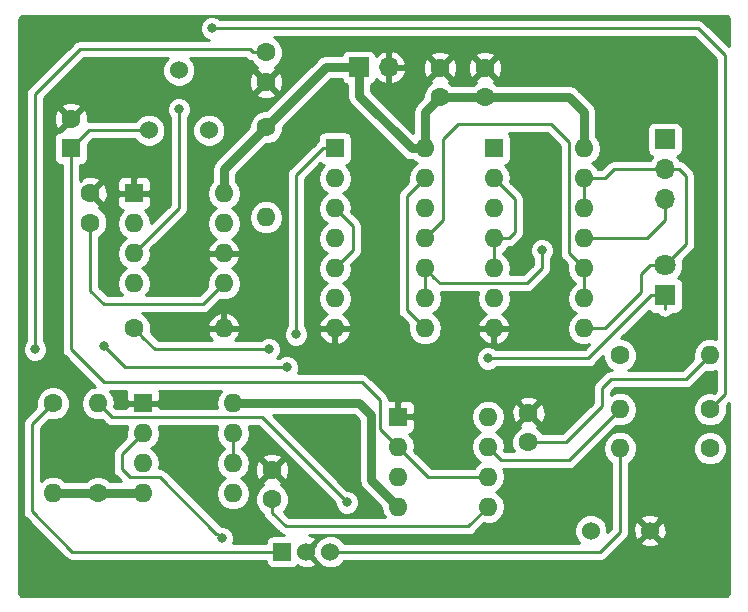
<source format=gtl>
G04 #@! TF.GenerationSoftware,KiCad,Pcbnew,5.0.2-bee76a0~70~ubuntu16.04.1*
G04 #@! TF.CreationDate,2020-01-09T22:15:49-06:00*
G04 #@! TF.ProjectId,8-Bit-Computer-Clock-Module,382d4269-742d-4436-9f6d-70757465722d,rev?*
G04 #@! TF.SameCoordinates,Original*
G04 #@! TF.FileFunction,Copper,L1,Top*
G04 #@! TF.FilePolarity,Positive*
%FSLAX46Y46*%
G04 Gerber Fmt 4.6, Leading zero omitted, Abs format (unit mm)*
G04 Created by KiCad (PCBNEW 5.0.2-bee76a0~70~ubuntu16.04.1) date jue 09 ene 2020 22:15:49 CST*
%MOMM*%
%LPD*%
G01*
G04 APERTURE LIST*
G04 #@! TA.AperFunction,ComponentPad*
%ADD10C,1.600000*%
G04 #@! TD*
G04 #@! TA.AperFunction,ComponentPad*
%ADD11C,1.800000*%
G04 #@! TD*
G04 #@! TA.AperFunction,ComponentPad*
%ADD12R,1.800000X1.800000*%
G04 #@! TD*
G04 #@! TA.AperFunction,ComponentPad*
%ADD13O,1.700000X1.700000*%
G04 #@! TD*
G04 #@! TA.AperFunction,ComponentPad*
%ADD14R,1.700000X1.700000*%
G04 #@! TD*
G04 #@! TA.AperFunction,ComponentPad*
%ADD15O,1.600000X1.600000*%
G04 #@! TD*
G04 #@! TA.AperFunction,ComponentPad*
%ADD16C,1.524000*%
G04 #@! TD*
G04 #@! TA.AperFunction,ComponentPad*
%ADD17R,1.524000X1.524000*%
G04 #@! TD*
G04 #@! TA.AperFunction,ComponentPad*
%ADD18R,1.600000X1.600000*%
G04 #@! TD*
G04 #@! TA.AperFunction,ViaPad*
%ADD19C,0.800000*%
G04 #@! TD*
G04 #@! TA.AperFunction,Conductor*
%ADD20C,0.250000*%
G04 #@! TD*
G04 #@! TA.AperFunction,Conductor*
%ADD21C,0.762000*%
G04 #@! TD*
G04 #@! TA.AperFunction,Conductor*
%ADD22C,0.254000*%
G04 #@! TD*
G04 APERTURE END LIST*
D10*
G04 #@! TO.P,C2,1*
G04 #@! TO.N,VCC*
X128270000Y-85090000D03*
G04 #@! TO.P,C2,2*
G04 #@! TO.N,GND*
X128270000Y-82590000D03*
G04 #@! TD*
G04 #@! TO.P,C3,2*
G04 #@! TO.N,GND*
X110236000Y-116626000D03*
G04 #@! TO.P,C3,1*
G04 #@! TO.N,Net-(C3-Pad1)*
X110236000Y-119126000D03*
G04 #@! TD*
G04 #@! TO.P,C5,2*
G04 #@! TO.N,GND*
X94869000Y-93194500D03*
G04 #@! TO.P,C5,1*
G04 #@! TO.N,Net-(C5-Pad1)*
X94869000Y-95694500D03*
G04 #@! TD*
G04 #@! TO.P,C6,2*
G04 #@! TO.N,GND*
X109728000Y-83780000D03*
G04 #@! TO.P,C6,1*
G04 #@! TO.N,Net-(C6-Pad1)*
X109728000Y-81280000D03*
G04 #@! TD*
G04 #@! TO.P,C7,1*
G04 #@! TO.N,Net-(C7-Pad1)*
X131953000Y-114300000D03*
G04 #@! TO.P,C7,2*
G04 #@! TO.N,GND*
X131953000Y-111800000D03*
G04 #@! TD*
D11*
G04 #@! TO.P,D1,2*
G04 #@! TO.N,/OUT*
X143510000Y-99314000D03*
D12*
G04 #@! TO.P,D1,1*
G04 #@! TO.N,Net-(D1-Pad1)*
X143510000Y-101854000D03*
G04 #@! TD*
D13*
G04 #@! TO.P,J1,2*
G04 #@! TO.N,GND*
X120142000Y-82550000D03*
D14*
G04 #@! TO.P,J1,1*
G04 #@! TO.N,VCC*
X117602000Y-82550000D03*
G04 #@! TD*
D13*
G04 #@! TO.P,J2,3*
G04 #@! TO.N,/~OUT*
X143510000Y-93726000D03*
G04 #@! TO.P,J2,2*
G04 #@! TO.N,/OUT*
X143510000Y-91186000D03*
D14*
G04 #@! TO.P,J2,1*
G04 #@! TO.N,/HLT*
X143510000Y-88646000D03*
G04 #@! TD*
D10*
G04 #@! TO.P,R1,1*
G04 #@! TO.N,VCC*
X95504000Y-118618000D03*
D15*
G04 #@! TO.P,R1,2*
G04 #@! TO.N,Net-(R1-Pad2)*
X95504000Y-110998000D03*
G04 #@! TD*
D10*
G04 #@! TO.P,R2,1*
G04 #@! TO.N,Net-(R2-Pad1)*
X147320000Y-111506000D03*
D15*
G04 #@! TO.P,R2,2*
G04 #@! TO.N,Net-(R1-Pad2)*
X139700000Y-111506000D03*
G04 #@! TD*
G04 #@! TO.P,R3,2*
G04 #@! TO.N,VCC*
X91694000Y-118618000D03*
D10*
G04 #@! TO.P,R3,1*
G04 #@! TO.N,Net-(R3-Pad1)*
X91694000Y-110998000D03*
G04 #@! TD*
D15*
G04 #@! TO.P,R4,2*
G04 #@! TO.N,Net-(R4-Pad2)*
X139700000Y-114808000D03*
D10*
G04 #@! TO.P,R4,1*
G04 #@! TO.N,VCC*
X147320000Y-114808000D03*
G04 #@! TD*
D15*
G04 #@! TO.P,R5,2*
G04 #@! TO.N,GND*
X106172000Y-104648000D03*
D10*
G04 #@! TO.P,R5,1*
G04 #@! TO.N,Net-(D1-Pad1)*
X98552000Y-104648000D03*
G04 #@! TD*
G04 #@! TO.P,R6,1*
G04 #@! TO.N,VCC*
X109728000Y-87630000D03*
D15*
G04 #@! TO.P,R6,2*
G04 #@! TO.N,Net-(R6-Pad2)*
X109728000Y-95250000D03*
G04 #@! TD*
G04 #@! TO.P,R7,2*
G04 #@! TO.N,Net-(C7-Pad1)*
X147320000Y-106934000D03*
D10*
G04 #@! TO.P,R7,1*
G04 #@! TO.N,VCC*
X139700000Y-106934000D03*
G04 #@! TD*
D16*
G04 #@! TO.P,RV1,1*
G04 #@! TO.N,Net-(C4-Pad1)*
X99822000Y-87884000D03*
G04 #@! TO.P,RV1,2*
G04 #@! TO.N,Net-(R2-Pad1)*
X102362000Y-82804000D03*
G04 #@! TO.P,RV1,3*
G04 #@! TO.N,Net-(RV1-Pad3)*
X104902000Y-87884000D03*
G04 #@! TD*
D17*
G04 #@! TO.P,SW1,1*
G04 #@! TO.N,Net-(R3-Pad1)*
X111125000Y-123571000D03*
D16*
G04 #@! TO.P,SW1,2*
G04 #@! TO.N,GND*
X113157000Y-123571000D03*
G04 #@! TO.P,SW1,3*
G04 #@! TO.N,Net-(R4-Pad2)*
X115189000Y-123571000D03*
G04 #@! TD*
D15*
G04 #@! TO.P,U3,8*
G04 #@! TO.N,VCC*
X128524000Y-112141000D03*
G04 #@! TO.P,U3,4*
X120904000Y-119761000D03*
G04 #@! TO.P,U3,7*
G04 #@! TO.N,Net-(R1-Pad2)*
X128524000Y-114681000D03*
G04 #@! TO.P,U3,3*
G04 #@! TO.N,Net-(U1-Pad1)*
X120904000Y-117221000D03*
G04 #@! TO.P,U3,6*
G04 #@! TO.N,Net-(C4-Pad1)*
X128524000Y-117221000D03*
G04 #@! TO.P,U3,2*
X120904000Y-114681000D03*
G04 #@! TO.P,U3,5*
G04 #@! TO.N,Net-(C3-Pad1)*
X128524000Y-119761000D03*
D18*
G04 #@! TO.P,U3,1*
G04 #@! TO.N,GND*
X120904000Y-112141000D03*
G04 #@! TD*
D16*
G04 #@! TO.P,SW2,1*
G04 #@! TO.N,GND*
X142240000Y-121793000D03*
G04 #@! TO.P,SW2,2*
G04 #@! TO.N,Net-(R6-Pad2)*
X137223500Y-121793000D03*
G04 #@! TD*
D10*
G04 #@! TO.P,C1,2*
G04 #@! TO.N,GND*
X124460000Y-82590000D03*
G04 #@! TO.P,C1,1*
G04 #@! TO.N,VCC*
X124460000Y-85090000D03*
G04 #@! TD*
G04 #@! TO.P,C4,2*
G04 #@! TO.N,GND*
X93218000Y-86908000D03*
D18*
G04 #@! TO.P,C4,1*
G04 #@! TO.N,Net-(C4-Pad1)*
X93218000Y-89408000D03*
G04 #@! TD*
D15*
G04 #@! TO.P,U1,14*
G04 #@! TO.N,VCC*
X136652000Y-89408000D03*
G04 #@! TO.P,U1,7*
G04 #@! TO.N,GND*
X129032000Y-104648000D03*
G04 #@! TO.P,U1,13*
G04 #@! TO.N,/OUT*
X136652000Y-91948000D03*
G04 #@! TO.P,U1,6*
G04 #@! TO.N,Net-(U1-Pad6)*
X129032000Y-102108000D03*
G04 #@! TO.P,U1,12*
G04 #@! TO.N,/OUT*
X136652000Y-94488000D03*
G04 #@! TO.P,U1,5*
G04 #@! TO.N,Net-(U1-Pad2)*
X129032000Y-99568000D03*
G04 #@! TO.P,U1,11*
G04 #@! TO.N,/~OUT*
X136652000Y-97028000D03*
G04 #@! TO.P,U1,4*
G04 #@! TO.N,Net-(U1-Pad2)*
X129032000Y-97028000D03*
G04 #@! TO.P,U1,10*
G04 #@! TO.N,Net-(U1-Pad10)*
X136652000Y-99568000D03*
G04 #@! TO.P,U1,3*
G04 #@! TO.N,Net-(U1-Pad3)*
X129032000Y-94488000D03*
G04 #@! TO.P,U1,9*
G04 #@! TO.N,Net-(U1-Pad10)*
X136652000Y-102108000D03*
G04 #@! TO.P,U1,2*
G04 #@! TO.N,Net-(U1-Pad2)*
X129032000Y-91948000D03*
G04 #@! TO.P,U1,8*
G04 #@! TO.N,/OUT*
X136652000Y-104648000D03*
D18*
G04 #@! TO.P,U1,1*
G04 #@! TO.N,Net-(U1-Pad1)*
X129032000Y-89408000D03*
G04 #@! TD*
G04 #@! TO.P,U2,1*
G04 #@! TO.N,Net-(U1-Pad6)*
X115570000Y-89408000D03*
D15*
G04 #@! TO.P,U2,8*
G04 #@! TO.N,Net-(U2-Pad13)*
X123190000Y-104648000D03*
G04 #@! TO.P,U2,2*
G04 #@! TO.N,Net-(U2-Pad2)*
X115570000Y-91948000D03*
G04 #@! TO.P,U2,9*
G04 #@! TO.N,/HLT*
X123190000Y-102108000D03*
G04 #@! TO.P,U2,3*
G04 #@! TO.N,Net-(U2-Pad3)*
X115570000Y-94488000D03*
G04 #@! TO.P,U2,10*
G04 #@! TO.N,/HLT*
X123190000Y-99568000D03*
G04 #@! TO.P,U2,4*
G04 #@! TO.N,Net-(U1-Pad3)*
X115570000Y-97028000D03*
G04 #@! TO.P,U2,11*
G04 #@! TO.N,Net-(U1-Pad10)*
X123190000Y-97028000D03*
G04 #@! TO.P,U2,5*
G04 #@! TO.N,Net-(U2-Pad3)*
X115570000Y-99568000D03*
G04 #@! TO.P,U2,12*
G04 #@! TO.N,Net-(U2-Pad12)*
X123190000Y-94488000D03*
G04 #@! TO.P,U2,6*
X115570000Y-102108000D03*
G04 #@! TO.P,U2,13*
G04 #@! TO.N,Net-(U2-Pad13)*
X123190000Y-91948000D03*
G04 #@! TO.P,U2,7*
G04 #@! TO.N,GND*
X115570000Y-104648000D03*
G04 #@! TO.P,U2,14*
G04 #@! TO.N,VCC*
X123190000Y-89408000D03*
G04 #@! TD*
D18*
G04 #@! TO.P,U4,1*
G04 #@! TO.N,GND*
X98552000Y-93218000D03*
D15*
G04 #@! TO.P,U4,5*
G04 #@! TO.N,Net-(C5-Pad1)*
X106172000Y-100838000D03*
G04 #@! TO.P,U4,2*
G04 #@! TO.N,Net-(R3-Pad1)*
X98552000Y-95758000D03*
G04 #@! TO.P,U4,6*
G04 #@! TO.N,GND*
X106172000Y-98298000D03*
G04 #@! TO.P,U4,3*
G04 #@! TO.N,Net-(U1-Pad2)*
X98552000Y-98298000D03*
G04 #@! TO.P,U4,7*
G04 #@! TO.N,Net-(U4-Pad7)*
X106172000Y-95758000D03*
G04 #@! TO.P,U4,4*
G04 #@! TO.N,Net-(R4-Pad2)*
X98552000Y-100838000D03*
G04 #@! TO.P,U4,8*
G04 #@! TO.N,VCC*
X106172000Y-93218000D03*
G04 #@! TD*
G04 #@! TO.P,U5,8*
G04 #@! TO.N,VCC*
X106934000Y-110998000D03*
G04 #@! TO.P,U5,4*
X99314000Y-118618000D03*
G04 #@! TO.P,U5,7*
G04 #@! TO.N,Net-(C7-Pad1)*
X106934000Y-113538000D03*
G04 #@! TO.P,U5,3*
G04 #@! TO.N,Net-(U2-Pad2)*
X99314000Y-116078000D03*
G04 #@! TO.P,U5,6*
G04 #@! TO.N,Net-(C7-Pad1)*
X106934000Y-116078000D03*
G04 #@! TO.P,U5,2*
G04 #@! TO.N,Net-(R6-Pad2)*
X99314000Y-113538000D03*
G04 #@! TO.P,U5,5*
G04 #@! TO.N,Net-(C6-Pad1)*
X106934000Y-118618000D03*
D18*
G04 #@! TO.P,U5,1*
G04 #@! TO.N,GND*
X99314000Y-110998000D03*
G04 #@! TD*
D19*
G04 #@! TO.N,Net-(D1-Pad1)*
X109982000Y-106426000D03*
X128524000Y-107188000D03*
G04 #@! TO.N,/HLT*
X133096000Y-98044000D03*
G04 #@! TO.N,Net-(C6-Pad1)*
X90170000Y-106426000D03*
G04 #@! TO.N,Net-(R1-Pad2)*
X116586000Y-119380000D03*
G04 #@! TO.N,Net-(R2-Pad1)*
X105156000Y-79248000D03*
G04 #@! TO.N,Net-(R4-Pad2)*
X111506000Y-107950000D03*
X96012000Y-106172000D03*
G04 #@! TO.N,Net-(R6-Pad2)*
X105972880Y-122428000D03*
G04 #@! TO.N,Net-(U1-Pad2)*
X102362000Y-86106000D03*
G04 #@! TO.N,Net-(U1-Pad6)*
X112268000Y-105156000D03*
G04 #@! TD*
D20*
G04 #@! TO.N,Net-(C3-Pad1)*
X110236000Y-120257370D02*
X111390630Y-121412000D01*
X110236000Y-119126000D02*
X110236000Y-120257370D01*
X126873000Y-121412000D02*
X128524000Y-119761000D01*
X111390630Y-121412000D02*
X126873000Y-121412000D01*
G04 #@! TO.N,Net-(C4-Pad1)*
X94742000Y-87884000D02*
X93218000Y-89408000D01*
X99822000Y-87884000D02*
X94742000Y-87884000D01*
X123444000Y-117221000D02*
X120904000Y-114681000D01*
X128524000Y-117221000D02*
X123444000Y-117221000D01*
X119380000Y-110744000D02*
X119380000Y-113157000D01*
X93218000Y-89408000D02*
X93218000Y-106426000D01*
X93218000Y-106426000D02*
X96012000Y-109220000D01*
X96012000Y-109220000D02*
X117856000Y-109220000D01*
X119380000Y-113157000D02*
X120904000Y-114681000D01*
X117856000Y-109220000D02*
X119380000Y-110744000D01*
G04 #@! TO.N,Net-(C5-Pad1)*
X94869000Y-95694500D02*
X94869000Y-101473000D01*
X94869000Y-101473000D02*
X96012000Y-102616000D01*
X104394000Y-102616000D02*
X106172000Y-100838000D01*
X96012000Y-102616000D02*
X104394000Y-102616000D01*
D21*
G04 #@! TO.N,VCC*
X117602000Y-84162000D02*
X117602000Y-82550000D01*
X117602000Y-84951370D02*
X117602000Y-84162000D01*
X122058630Y-89408000D02*
X117602000Y-84951370D01*
X123190000Y-89408000D02*
X122058630Y-89408000D01*
X123190000Y-86360000D02*
X124460000Y-85090000D01*
X123190000Y-89408000D02*
X123190000Y-86360000D01*
X106172000Y-91186000D02*
X109728000Y-87630000D01*
X106172000Y-93218000D02*
X106172000Y-91186000D01*
X136652000Y-89408000D02*
X136652000Y-86360000D01*
X136652000Y-86360000D02*
X135382000Y-85090000D01*
X135382000Y-85090000D02*
X128270000Y-85090000D01*
X124460000Y-85090000D02*
X128270000Y-85090000D01*
X91694000Y-118618000D02*
X95504000Y-118618000D01*
X95504000Y-118618000D02*
X99314000Y-118618000D01*
X114808000Y-82550000D02*
X117602000Y-82550000D01*
X109728000Y-87630000D02*
X114808000Y-82550000D01*
X106934000Y-110998000D02*
X117602000Y-110998000D01*
X117602000Y-110998000D02*
X118618000Y-112014000D01*
X118618000Y-117475000D02*
X120904000Y-119761000D01*
X118618000Y-112014000D02*
X118618000Y-117475000D01*
D20*
G04 #@! TO.N,/OUT*
X136652000Y-94488000D02*
X136652000Y-91948000D01*
X145288000Y-91761919D02*
X145288000Y-97536000D01*
X144712081Y-91186000D02*
X145288000Y-91761919D01*
X145288000Y-97536000D02*
X143510000Y-99314000D01*
X143510000Y-91186000D02*
X144712081Y-91186000D01*
X136652000Y-91948000D02*
X138430000Y-91948000D01*
X139192000Y-91186000D02*
X143510000Y-91186000D01*
X138430000Y-91948000D02*
X139192000Y-91186000D01*
X142237208Y-99314000D02*
X143510000Y-99314000D01*
X136652000Y-104648000D02*
X138430000Y-104648000D01*
X141478000Y-100073208D02*
X142237208Y-99314000D01*
X138430000Y-104648000D02*
X141478000Y-101600000D01*
X141478000Y-101600000D02*
X141478000Y-100073208D01*
G04 #@! TO.N,Net-(D1-Pad1)*
X143510000Y-101854000D02*
X143510000Y-103004000D01*
X98552000Y-104648000D02*
X99351999Y-105447999D01*
X99351999Y-105447999D02*
X100330000Y-106426000D01*
X100330000Y-106426000D02*
X109982000Y-106426000D01*
X142360000Y-101854000D02*
X143510000Y-101854000D01*
X137026000Y-107188000D02*
X142360000Y-101854000D01*
X128524000Y-107188000D02*
X137026000Y-107188000D01*
G04 #@! TO.N,/~OUT*
X141986000Y-97028000D02*
X143510000Y-95504000D01*
X143510000Y-95504000D02*
X143510000Y-93726000D01*
X136652000Y-97028000D02*
X141986000Y-97028000D01*
G04 #@! TO.N,/HLT*
X123190000Y-102108000D02*
X123190000Y-99568000D01*
X131826000Y-100838000D02*
X133096000Y-99568000D01*
X133096000Y-99568000D02*
X133096000Y-98044000D01*
X124460000Y-100838000D02*
X131826000Y-100838000D01*
X123989999Y-100367999D02*
X124460000Y-100838000D01*
X123190000Y-99568000D02*
X123989999Y-100367999D01*
G04 #@! TO.N,Net-(U2-Pad3)*
X117094000Y-96012000D02*
X115570000Y-94488000D01*
X117094000Y-98044000D02*
X117094000Y-96012000D01*
X115570000Y-99568000D02*
X117094000Y-98044000D01*
G04 #@! TO.N,Net-(C6-Pad1)*
X108596630Y-81280000D02*
X108342630Y-81026000D01*
X109728000Y-81280000D02*
X108596630Y-81280000D01*
X108342630Y-81026000D02*
X93980000Y-81026000D01*
X93980000Y-81026000D02*
X90170000Y-84836000D01*
X90170000Y-84836000D02*
X90170000Y-96012000D01*
X90170000Y-96012000D02*
X90170000Y-106426000D01*
X90170000Y-106426000D02*
X90170000Y-106426000D01*
G04 #@! TO.N,Net-(C7-Pad1)*
X106934000Y-116078000D02*
X106934000Y-113538000D01*
X145288000Y-108966000D02*
X147320000Y-106934000D01*
X131953000Y-114300000D02*
X135128000Y-114300000D01*
X138938000Y-108966000D02*
X145288000Y-108966000D01*
X135128000Y-114300000D02*
X138176000Y-111252000D01*
X138176000Y-111252000D02*
X138176000Y-109728000D01*
X138176000Y-109728000D02*
X138938000Y-108966000D01*
G04 #@! TO.N,Net-(R1-Pad2)*
X129667000Y-115824000D02*
X128524000Y-114681000D01*
X135382000Y-115824000D02*
X129667000Y-115824000D01*
X139700000Y-111506000D02*
X135382000Y-115824000D01*
X96679001Y-112173001D02*
X95504000Y-110998000D01*
X109379001Y-112173001D02*
X96679001Y-112173001D01*
X116586000Y-119380000D02*
X109379001Y-112173001D01*
G04 #@! TO.N,Net-(R2-Pad1)*
X147320000Y-111506000D02*
X148119999Y-110706001D01*
X148119999Y-110706001D02*
X148590000Y-110236000D01*
X148590000Y-110236000D02*
X148590000Y-109220000D01*
X148590000Y-109220000D02*
X148590000Y-106426000D01*
X148590000Y-106426000D02*
X148590000Y-101854000D01*
X148590000Y-101854000D02*
X148590000Y-81534000D01*
X148590000Y-81534000D02*
X146304000Y-79248000D01*
X146304000Y-79248000D02*
X105156000Y-79248000D01*
X105156000Y-79248000D02*
X105156000Y-79248000D01*
G04 #@! TO.N,Net-(R3-Pad1)*
X111125000Y-123571000D02*
X93345000Y-123571000D01*
X93345000Y-123571000D02*
X89916000Y-120142000D01*
X89916000Y-112776000D02*
X91694000Y-110998000D01*
X89916000Y-120142000D02*
X89916000Y-112776000D01*
G04 #@! TO.N,Net-(R4-Pad2)*
X139700000Y-121920000D02*
X139700000Y-114808000D01*
X138049000Y-123571000D02*
X139700000Y-121920000D01*
X115189000Y-123571000D02*
X138049000Y-123571000D01*
X111506000Y-107950000D02*
X97790000Y-107950000D01*
X97790000Y-107950000D02*
X96012000Y-106172000D01*
G04 #@! TO.N,Net-(R6-Pad2)*
X97536000Y-115316000D02*
X99314000Y-113538000D01*
X97536000Y-116586000D02*
X97536000Y-115316000D01*
X98203001Y-117253001D02*
X97536000Y-116586000D01*
X105972880Y-122428000D02*
X105572881Y-122028001D01*
X105572881Y-122028001D02*
X105518001Y-122028001D01*
X100743001Y-117253001D02*
X98203001Y-117253001D01*
X105518001Y-122028001D02*
X100743001Y-117253001D01*
G04 #@! TO.N,Net-(U1-Pad2)*
X129032000Y-98436630D02*
X129032000Y-97028000D01*
X129032000Y-99568000D02*
X129032000Y-98436630D01*
X130810000Y-93726000D02*
X129032000Y-91948000D01*
X130810000Y-96520000D02*
X130810000Y-93726000D01*
X130302000Y-97028000D02*
X130810000Y-96520000D01*
X129032000Y-97028000D02*
X130302000Y-97028000D01*
X98552000Y-98298000D02*
X102362000Y-94488000D01*
X102362000Y-94488000D02*
X102362000Y-86106000D01*
G04 #@! TO.N,Net-(U1-Pad6)*
X112268000Y-91660000D02*
X114520000Y-89408000D01*
X114520000Y-89408000D02*
X115570000Y-89408000D01*
X112268000Y-105156000D02*
X112268000Y-91660000D01*
G04 #@! TO.N,Net-(U2-Pad13)*
X123190000Y-104648000D02*
X121666000Y-103124000D01*
X121666000Y-93472000D02*
X123190000Y-91948000D01*
X121666000Y-103124000D02*
X121666000Y-93472000D01*
G04 #@! TO.N,Net-(U1-Pad10)*
X136652000Y-102108000D02*
X136652000Y-99568000D01*
X123190000Y-97028000D02*
X124714000Y-95504000D01*
X124714000Y-95504000D02*
X124714000Y-88646000D01*
X124714000Y-88646000D02*
X125984000Y-87376000D01*
X125984000Y-87376000D02*
X133858000Y-87376000D01*
X133858000Y-87376000D02*
X135382000Y-88900000D01*
X135382000Y-88900000D02*
X135382000Y-98298000D01*
X135382000Y-98298000D02*
X136652000Y-99568000D01*
G04 #@! TD*
D22*
G04 #@! TO.N,GND*
G36*
X148780179Y-78206477D02*
X148833737Y-78242263D01*
X148869523Y-78295821D01*
X148896000Y-78428931D01*
X148896000Y-80765198D01*
X146894331Y-78763530D01*
X146851929Y-78700071D01*
X146600537Y-78532096D01*
X146378852Y-78488000D01*
X146378847Y-78488000D01*
X146304000Y-78473112D01*
X146229153Y-78488000D01*
X105859711Y-78488000D01*
X105742280Y-78370569D01*
X105361874Y-78213000D01*
X104950126Y-78213000D01*
X104569720Y-78370569D01*
X104278569Y-78661720D01*
X104121000Y-79042126D01*
X104121000Y-79453874D01*
X104278569Y-79834280D01*
X104569720Y-80125431D01*
X104909084Y-80266000D01*
X94054848Y-80266000D01*
X93980000Y-80251112D01*
X93905152Y-80266000D01*
X93905148Y-80266000D01*
X93731605Y-80300520D01*
X93683462Y-80310096D01*
X93496418Y-80435076D01*
X93432071Y-80478071D01*
X93389671Y-80541527D01*
X89685530Y-84245669D01*
X89622071Y-84288071D01*
X89454096Y-84539464D01*
X89410000Y-84761149D01*
X89410000Y-84761153D01*
X89395112Y-84836000D01*
X89410000Y-84910847D01*
X89410001Y-95937144D01*
X89410000Y-95937149D01*
X89410001Y-105722288D01*
X89292569Y-105839720D01*
X89135000Y-106220126D01*
X89135000Y-106631874D01*
X89292569Y-107012280D01*
X89583720Y-107303431D01*
X89964126Y-107461000D01*
X90375874Y-107461000D01*
X90756280Y-107303431D01*
X91047431Y-107012280D01*
X91205000Y-106631874D01*
X91205000Y-106220126D01*
X91047431Y-105839720D01*
X90930000Y-105722289D01*
X90930000Y-86691223D01*
X91771035Y-86691223D01*
X91798222Y-87261454D01*
X91964136Y-87662005D01*
X92210255Y-87736139D01*
X93038395Y-86908000D01*
X92210255Y-86079861D01*
X91964136Y-86153995D01*
X91771035Y-86691223D01*
X90930000Y-86691223D01*
X90930000Y-85900255D01*
X92389861Y-85900255D01*
X93218000Y-86728395D01*
X94046139Y-85900255D01*
X93972005Y-85654136D01*
X93434777Y-85461035D01*
X92864546Y-85488222D01*
X92463995Y-85654136D01*
X92389861Y-85900255D01*
X90930000Y-85900255D01*
X90930000Y-85150801D01*
X91293056Y-84787745D01*
X108899861Y-84787745D01*
X108973995Y-85033864D01*
X109511223Y-85226965D01*
X110081454Y-85199778D01*
X110482005Y-85033864D01*
X110556139Y-84787745D01*
X109728000Y-83959605D01*
X108899861Y-84787745D01*
X91293056Y-84787745D01*
X94294802Y-81786000D01*
X101404343Y-81786000D01*
X101177680Y-82012663D01*
X100965000Y-82526119D01*
X100965000Y-83081881D01*
X101177680Y-83595337D01*
X101570663Y-83988320D01*
X102084119Y-84201000D01*
X102639881Y-84201000D01*
X103153337Y-83988320D01*
X103546320Y-83595337D01*
X103559622Y-83563223D01*
X108281035Y-83563223D01*
X108308222Y-84133454D01*
X108474136Y-84534005D01*
X108720255Y-84608139D01*
X109548395Y-83780000D01*
X109907605Y-83780000D01*
X110735745Y-84608139D01*
X110981864Y-84534005D01*
X111174965Y-83996777D01*
X111147778Y-83426546D01*
X110981864Y-83025995D01*
X110735745Y-82951861D01*
X109907605Y-83780000D01*
X109548395Y-83780000D01*
X108720255Y-82951861D01*
X108474136Y-83025995D01*
X108281035Y-83563223D01*
X103559622Y-83563223D01*
X103759000Y-83081881D01*
X103759000Y-82526119D01*
X103546320Y-82012663D01*
X103319657Y-81786000D01*
X108020685Y-81786000D01*
X108048701Y-81827929D01*
X108300093Y-81995904D01*
X108486678Y-82033018D01*
X108511466Y-82092862D01*
X108915138Y-82496534D01*
X108980299Y-82523525D01*
X108973995Y-82526136D01*
X108899861Y-82772255D01*
X109728000Y-83600395D01*
X110556139Y-82772255D01*
X110482005Y-82526136D01*
X110475254Y-82523710D01*
X110540862Y-82496534D01*
X110944534Y-82092862D01*
X111163000Y-81565439D01*
X111163000Y-80994561D01*
X110944534Y-80467138D01*
X110540862Y-80063466D01*
X110406955Y-80008000D01*
X145989199Y-80008000D01*
X147830001Y-81848803D01*
X147830000Y-101928851D01*
X147830001Y-101928856D01*
X147830000Y-105572333D01*
X147461333Y-105499000D01*
X147178667Y-105499000D01*
X146760091Y-105582260D01*
X146285423Y-105899423D01*
X145968260Y-106374091D01*
X145856887Y-106934000D01*
X145921312Y-107257886D01*
X144973199Y-108206000D01*
X140378955Y-108206000D01*
X140512862Y-108150534D01*
X140916534Y-107746862D01*
X141135000Y-107219439D01*
X141135000Y-106648561D01*
X140916534Y-106121138D01*
X140512862Y-105717466D01*
X139985439Y-105499000D01*
X139789801Y-105499000D01*
X142122071Y-103166731D01*
X142152191Y-103211809D01*
X142362235Y-103352157D01*
X142610000Y-103401440D01*
X142861518Y-103401440D01*
X142962072Y-103551929D01*
X143213464Y-103719904D01*
X143510000Y-103778889D01*
X143806537Y-103719904D01*
X144057929Y-103551929D01*
X144158483Y-103401440D01*
X144410000Y-103401440D01*
X144657765Y-103352157D01*
X144867809Y-103211809D01*
X145008157Y-103001765D01*
X145057440Y-102754000D01*
X145057440Y-100954000D01*
X145008157Y-100706235D01*
X144867809Y-100496191D01*
X144657765Y-100355843D01*
X144642092Y-100352725D01*
X144811310Y-100183507D01*
X145045000Y-99619330D01*
X145045000Y-99008670D01*
X144999640Y-98899161D01*
X145772473Y-98126329D01*
X145835929Y-98083929D01*
X145891031Y-98001463D01*
X146003904Y-97832538D01*
X146014553Y-97779000D01*
X146048000Y-97610852D01*
X146048000Y-97610848D01*
X146062888Y-97536000D01*
X146048000Y-97461152D01*
X146048000Y-91836765D01*
X146062888Y-91761918D01*
X146048000Y-91687071D01*
X146048000Y-91687067D01*
X146003904Y-91465382D01*
X145931934Y-91357671D01*
X145878329Y-91277445D01*
X145878327Y-91277443D01*
X145835929Y-91213990D01*
X145772476Y-91171592D01*
X145302411Y-90701529D01*
X145260010Y-90638071D01*
X145008618Y-90470096D01*
X144788369Y-90426286D01*
X144580625Y-90115375D01*
X144562381Y-90103184D01*
X144607765Y-90094157D01*
X144817809Y-89953809D01*
X144958157Y-89743765D01*
X145007440Y-89496000D01*
X145007440Y-87796000D01*
X144958157Y-87548235D01*
X144817809Y-87338191D01*
X144607765Y-87197843D01*
X144360000Y-87148560D01*
X142660000Y-87148560D01*
X142412235Y-87197843D01*
X142202191Y-87338191D01*
X142061843Y-87548235D01*
X142012560Y-87796000D01*
X142012560Y-89496000D01*
X142061843Y-89743765D01*
X142202191Y-89953809D01*
X142412235Y-90094157D01*
X142457619Y-90103184D01*
X142439375Y-90115375D01*
X142231822Y-90426000D01*
X139266848Y-90426000D01*
X139192000Y-90411112D01*
X139117152Y-90426000D01*
X139117148Y-90426000D01*
X138967510Y-90455765D01*
X138895462Y-90470096D01*
X138793333Y-90538337D01*
X138644071Y-90638071D01*
X138601671Y-90701527D01*
X138115199Y-91188000D01*
X137870043Y-91188000D01*
X137686577Y-90913423D01*
X137334242Y-90678000D01*
X137686577Y-90442577D01*
X138003740Y-89967909D01*
X138115113Y-89408000D01*
X138003740Y-88848091D01*
X137686577Y-88373423D01*
X137668000Y-88361010D01*
X137668000Y-86460063D01*
X137687904Y-86359999D01*
X137646927Y-86153995D01*
X137609051Y-85963577D01*
X137566655Y-85900126D01*
X137506075Y-85809463D01*
X137384495Y-85627505D01*
X137299663Y-85570822D01*
X136171180Y-84442339D01*
X136114495Y-84357505D01*
X135778423Y-84132949D01*
X135482065Y-84074000D01*
X135482063Y-84074000D01*
X135382000Y-84054096D01*
X135281937Y-84074000D01*
X129283396Y-84074000D01*
X129082862Y-83873466D01*
X129017701Y-83846475D01*
X129024005Y-83843864D01*
X129098139Y-83597745D01*
X128270000Y-82769605D01*
X127441861Y-83597745D01*
X127515995Y-83843864D01*
X127522746Y-83846290D01*
X127457138Y-83873466D01*
X127256604Y-84074000D01*
X125473396Y-84074000D01*
X125272862Y-83873466D01*
X125207701Y-83846475D01*
X125214005Y-83843864D01*
X125288139Y-83597745D01*
X124460000Y-82769605D01*
X123631861Y-83597745D01*
X123705995Y-83843864D01*
X123712746Y-83846290D01*
X123647138Y-83873466D01*
X123243466Y-84277138D01*
X123025000Y-84804561D01*
X123025000Y-85088160D01*
X122542337Y-85570823D01*
X122457506Y-85627505D01*
X122400823Y-85712337D01*
X122232950Y-85963577D01*
X122154096Y-86360000D01*
X122174001Y-86460068D01*
X122174000Y-88086530D01*
X118618000Y-84530530D01*
X118618000Y-84014421D01*
X118699765Y-83998157D01*
X118909809Y-83857809D01*
X119050157Y-83647765D01*
X119070739Y-83544292D01*
X119375076Y-83821645D01*
X119785110Y-83991476D01*
X120015000Y-83870155D01*
X120015000Y-82677000D01*
X120269000Y-82677000D01*
X120269000Y-83870155D01*
X120498890Y-83991476D01*
X120908924Y-83821645D01*
X121337183Y-83431358D01*
X121583486Y-82906892D01*
X121462819Y-82677000D01*
X120269000Y-82677000D01*
X120015000Y-82677000D01*
X119995000Y-82677000D01*
X119995000Y-82423000D01*
X120015000Y-82423000D01*
X120015000Y-81229845D01*
X120269000Y-81229845D01*
X120269000Y-82423000D01*
X121462819Y-82423000D01*
X121488946Y-82373223D01*
X123013035Y-82373223D01*
X123040222Y-82943454D01*
X123206136Y-83344005D01*
X123452255Y-83418139D01*
X124280395Y-82590000D01*
X124639605Y-82590000D01*
X125467745Y-83418139D01*
X125713864Y-83344005D01*
X125906965Y-82806777D01*
X125886295Y-82373223D01*
X126823035Y-82373223D01*
X126850222Y-82943454D01*
X127016136Y-83344005D01*
X127262255Y-83418139D01*
X128090395Y-82590000D01*
X128449605Y-82590000D01*
X129277745Y-83418139D01*
X129523864Y-83344005D01*
X129716965Y-82806777D01*
X129689778Y-82236546D01*
X129523864Y-81835995D01*
X129277745Y-81761861D01*
X128449605Y-82590000D01*
X128090395Y-82590000D01*
X127262255Y-81761861D01*
X127016136Y-81835995D01*
X126823035Y-82373223D01*
X125886295Y-82373223D01*
X125879778Y-82236546D01*
X125713864Y-81835995D01*
X125467745Y-81761861D01*
X124639605Y-82590000D01*
X124280395Y-82590000D01*
X123452255Y-81761861D01*
X123206136Y-81835995D01*
X123013035Y-82373223D01*
X121488946Y-82373223D01*
X121583486Y-82193108D01*
X121337183Y-81668642D01*
X121242392Y-81582255D01*
X123631861Y-81582255D01*
X124460000Y-82410395D01*
X125288139Y-81582255D01*
X127441861Y-81582255D01*
X128270000Y-82410395D01*
X129098139Y-81582255D01*
X129024005Y-81336136D01*
X128486777Y-81143035D01*
X127916546Y-81170222D01*
X127515995Y-81336136D01*
X127441861Y-81582255D01*
X125288139Y-81582255D01*
X125214005Y-81336136D01*
X124676777Y-81143035D01*
X124106546Y-81170222D01*
X123705995Y-81336136D01*
X123631861Y-81582255D01*
X121242392Y-81582255D01*
X120908924Y-81278355D01*
X120498890Y-81108524D01*
X120269000Y-81229845D01*
X120015000Y-81229845D01*
X119785110Y-81108524D01*
X119375076Y-81278355D01*
X119070739Y-81555708D01*
X119050157Y-81452235D01*
X118909809Y-81242191D01*
X118699765Y-81101843D01*
X118452000Y-81052560D01*
X116752000Y-81052560D01*
X116504235Y-81101843D01*
X116294191Y-81242191D01*
X116153843Y-81452235D01*
X116137579Y-81534000D01*
X114908063Y-81534000D01*
X114808000Y-81514096D01*
X114707936Y-81534000D01*
X114707935Y-81534000D01*
X114411577Y-81592949D01*
X114075505Y-81817505D01*
X114018822Y-81902337D01*
X109726160Y-86195000D01*
X109442561Y-86195000D01*
X108915138Y-86413466D01*
X108511466Y-86817138D01*
X108293000Y-87344561D01*
X108293000Y-87628159D01*
X105524338Y-90396822D01*
X105439506Y-90453505D01*
X105382823Y-90538337D01*
X105214950Y-90789577D01*
X105136096Y-91186000D01*
X105156001Y-91286068D01*
X105156001Y-92171010D01*
X105137423Y-92183423D01*
X104820260Y-92658091D01*
X104708887Y-93218000D01*
X104820260Y-93777909D01*
X105137423Y-94252577D01*
X105489758Y-94488000D01*
X105137423Y-94723423D01*
X104820260Y-95198091D01*
X104708887Y-95758000D01*
X104820260Y-96317909D01*
X105137423Y-96792577D01*
X105521108Y-97048947D01*
X105316866Y-97145611D01*
X104940959Y-97560577D01*
X104780096Y-97948961D01*
X104902085Y-98171000D01*
X106045000Y-98171000D01*
X106045000Y-98151000D01*
X106299000Y-98151000D01*
X106299000Y-98171000D01*
X107441915Y-98171000D01*
X107563904Y-97948961D01*
X107403041Y-97560577D01*
X107027134Y-97145611D01*
X106822892Y-97048947D01*
X107206577Y-96792577D01*
X107523740Y-96317909D01*
X107635113Y-95758000D01*
X107534066Y-95250000D01*
X108264887Y-95250000D01*
X108376260Y-95809909D01*
X108693423Y-96284577D01*
X109168091Y-96601740D01*
X109586667Y-96685000D01*
X109869333Y-96685000D01*
X110287909Y-96601740D01*
X110762577Y-96284577D01*
X111079740Y-95809909D01*
X111191113Y-95250000D01*
X111079740Y-94690091D01*
X110762577Y-94215423D01*
X110287909Y-93898260D01*
X109869333Y-93815000D01*
X109586667Y-93815000D01*
X109168091Y-93898260D01*
X108693423Y-94215423D01*
X108376260Y-94690091D01*
X108264887Y-95250000D01*
X107534066Y-95250000D01*
X107523740Y-95198091D01*
X107206577Y-94723423D01*
X106854242Y-94488000D01*
X107206577Y-94252577D01*
X107523740Y-93777909D01*
X107635113Y-93218000D01*
X107523740Y-92658091D01*
X107206577Y-92183423D01*
X107188000Y-92171010D01*
X107188000Y-91606840D01*
X109729841Y-89065000D01*
X110013439Y-89065000D01*
X110540862Y-88846534D01*
X110944534Y-88442862D01*
X111163000Y-87915439D01*
X111163000Y-87631840D01*
X115228841Y-83566000D01*
X116137579Y-83566000D01*
X116153843Y-83647765D01*
X116294191Y-83857809D01*
X116504235Y-83998157D01*
X116586000Y-84014421D01*
X116586000Y-84851307D01*
X116566096Y-84951370D01*
X116586000Y-85051433D01*
X116586000Y-85051434D01*
X116644949Y-85347792D01*
X116869505Y-85683865D01*
X116954340Y-85740550D01*
X121269452Y-90055663D01*
X121326135Y-90140495D01*
X121662207Y-90365051D01*
X121958565Y-90424000D01*
X121958566Y-90424000D01*
X122058630Y-90443904D01*
X122144850Y-90426754D01*
X122155423Y-90442577D01*
X122507758Y-90678000D01*
X122155423Y-90913423D01*
X121838260Y-91388091D01*
X121726887Y-91948000D01*
X121791312Y-92271886D01*
X121181528Y-92881671D01*
X121118072Y-92924071D01*
X121075672Y-92987527D01*
X121075671Y-92987528D01*
X120950097Y-93175463D01*
X120891112Y-93472000D01*
X120906001Y-93546852D01*
X120906000Y-103049153D01*
X120891112Y-103124000D01*
X120906000Y-103198847D01*
X120906000Y-103198851D01*
X120950096Y-103420536D01*
X121118071Y-103671929D01*
X121181530Y-103714331D01*
X121791312Y-104324114D01*
X121726887Y-104648000D01*
X121838260Y-105207909D01*
X122155423Y-105682577D01*
X122630091Y-105999740D01*
X123048667Y-106083000D01*
X123331333Y-106083000D01*
X123749909Y-105999740D01*
X124224577Y-105682577D01*
X124541740Y-105207909D01*
X124583684Y-104997039D01*
X127640096Y-104997039D01*
X127800959Y-105385423D01*
X128176866Y-105800389D01*
X128682959Y-106039914D01*
X128905000Y-105918629D01*
X128905000Y-104775000D01*
X129159000Y-104775000D01*
X129159000Y-105918629D01*
X129381041Y-106039914D01*
X129887134Y-105800389D01*
X130263041Y-105385423D01*
X130423904Y-104997039D01*
X130301915Y-104775000D01*
X129159000Y-104775000D01*
X128905000Y-104775000D01*
X127762085Y-104775000D01*
X127640096Y-104997039D01*
X124583684Y-104997039D01*
X124653113Y-104648000D01*
X124541740Y-104088091D01*
X124224577Y-103613423D01*
X123872242Y-103378000D01*
X124224577Y-103142577D01*
X124541740Y-102667909D01*
X124653113Y-102108000D01*
X124551668Y-101598000D01*
X127670332Y-101598000D01*
X127568887Y-102108000D01*
X127680260Y-102667909D01*
X127997423Y-103142577D01*
X128381108Y-103398947D01*
X128176866Y-103495611D01*
X127800959Y-103910577D01*
X127640096Y-104298961D01*
X127762085Y-104521000D01*
X128905000Y-104521000D01*
X128905000Y-104501000D01*
X129159000Y-104501000D01*
X129159000Y-104521000D01*
X130301915Y-104521000D01*
X130423904Y-104298961D01*
X130263041Y-103910577D01*
X129887134Y-103495611D01*
X129682892Y-103398947D01*
X130066577Y-103142577D01*
X130383740Y-102667909D01*
X130495113Y-102108000D01*
X130393668Y-101598000D01*
X131751153Y-101598000D01*
X131826000Y-101612888D01*
X131900847Y-101598000D01*
X131900852Y-101598000D01*
X132122537Y-101553904D01*
X132373929Y-101385929D01*
X132416331Y-101322470D01*
X133580473Y-100158329D01*
X133643929Y-100115929D01*
X133811904Y-99864537D01*
X133856000Y-99642852D01*
X133856000Y-99642848D01*
X133870888Y-99568001D01*
X133856000Y-99493154D01*
X133856000Y-98747711D01*
X133973431Y-98630280D01*
X134131000Y-98249874D01*
X134131000Y-97838126D01*
X133973431Y-97457720D01*
X133682280Y-97166569D01*
X133301874Y-97009000D01*
X132890126Y-97009000D01*
X132509720Y-97166569D01*
X132218569Y-97457720D01*
X132061000Y-97838126D01*
X132061000Y-98249874D01*
X132218569Y-98630280D01*
X132336001Y-98747712D01*
X132336000Y-99253198D01*
X131511199Y-100078000D01*
X130393668Y-100078000D01*
X130495113Y-99568000D01*
X130383740Y-99008091D01*
X130066577Y-98533423D01*
X129792000Y-98349957D01*
X129792000Y-98246043D01*
X130066577Y-98062577D01*
X130247358Y-97792019D01*
X130302000Y-97802888D01*
X130376847Y-97788000D01*
X130376852Y-97788000D01*
X130598537Y-97743904D01*
X130849929Y-97575929D01*
X130892330Y-97512471D01*
X131294475Y-97110327D01*
X131357929Y-97067929D01*
X131400327Y-97004476D01*
X131400329Y-97004474D01*
X131525903Y-96816538D01*
X131525904Y-96816537D01*
X131570000Y-96594852D01*
X131570000Y-96594848D01*
X131584888Y-96520001D01*
X131570000Y-96445154D01*
X131570000Y-93800848D01*
X131584888Y-93726000D01*
X131570000Y-93651152D01*
X131570000Y-93651148D01*
X131525904Y-93429463D01*
X131525904Y-93429462D01*
X131400329Y-93241527D01*
X131357929Y-93178071D01*
X131294473Y-93135671D01*
X130430688Y-92271886D01*
X130495113Y-91948000D01*
X130383740Y-91388091D01*
X130066577Y-90913423D01*
X129945894Y-90832785D01*
X130079765Y-90806157D01*
X130289809Y-90665809D01*
X130430157Y-90455765D01*
X130479440Y-90208000D01*
X130479440Y-88608000D01*
X130430157Y-88360235D01*
X130289809Y-88150191D01*
X130268571Y-88136000D01*
X133543199Y-88136000D01*
X134622000Y-89214803D01*
X134622001Y-98223148D01*
X134607112Y-98298000D01*
X134666097Y-98594537D01*
X134780713Y-98766071D01*
X134834072Y-98845929D01*
X134897528Y-98888329D01*
X135253312Y-99244113D01*
X135188887Y-99568000D01*
X135300260Y-100127909D01*
X135617423Y-100602577D01*
X135892001Y-100786044D01*
X135892000Y-100889956D01*
X135617423Y-101073423D01*
X135300260Y-101548091D01*
X135188887Y-102108000D01*
X135300260Y-102667909D01*
X135617423Y-103142577D01*
X135969758Y-103378000D01*
X135617423Y-103613423D01*
X135300260Y-104088091D01*
X135188887Y-104648000D01*
X135300260Y-105207909D01*
X135617423Y-105682577D01*
X136092091Y-105999740D01*
X136510667Y-106083000D01*
X136793333Y-106083000D01*
X137121469Y-106017730D01*
X136711199Y-106428000D01*
X129227711Y-106428000D01*
X129110280Y-106310569D01*
X128729874Y-106153000D01*
X128318126Y-106153000D01*
X127937720Y-106310569D01*
X127646569Y-106601720D01*
X127489000Y-106982126D01*
X127489000Y-107393874D01*
X127646569Y-107774280D01*
X127937720Y-108065431D01*
X128318126Y-108223000D01*
X128729874Y-108223000D01*
X129110280Y-108065431D01*
X129227711Y-107948000D01*
X136951153Y-107948000D01*
X137026000Y-107962888D01*
X137100847Y-107948000D01*
X137100852Y-107948000D01*
X137322537Y-107903904D01*
X137573929Y-107735929D01*
X137616331Y-107672470D01*
X138265000Y-107023801D01*
X138265000Y-107219439D01*
X138483466Y-107746862D01*
X138887138Y-108150534D01*
X139021045Y-108206000D01*
X139012848Y-108206000D01*
X138938000Y-108191112D01*
X138863152Y-108206000D01*
X138863148Y-108206000D01*
X138689605Y-108240520D01*
X138641462Y-108250096D01*
X138469789Y-108364805D01*
X138390071Y-108418071D01*
X138347671Y-108481527D01*
X137691528Y-109137671D01*
X137628072Y-109180071D01*
X137585672Y-109243527D01*
X137585671Y-109243528D01*
X137460097Y-109431463D01*
X137401112Y-109728000D01*
X137416001Y-109802851D01*
X137416000Y-110937198D01*
X134813199Y-113540000D01*
X133191430Y-113540000D01*
X133169534Y-113487138D01*
X132765862Y-113083466D01*
X132700701Y-113056475D01*
X132707005Y-113053864D01*
X132781139Y-112807745D01*
X131953000Y-111979605D01*
X131124861Y-112807745D01*
X131198995Y-113053864D01*
X131205746Y-113056290D01*
X131140138Y-113083466D01*
X130736466Y-113487138D01*
X130518000Y-114014561D01*
X130518000Y-114585439D01*
X130716227Y-115064000D01*
X129981802Y-115064000D01*
X129922688Y-115004886D01*
X129987113Y-114681000D01*
X129875740Y-114121091D01*
X129558577Y-113646423D01*
X129206242Y-113411000D01*
X129558577Y-113175577D01*
X129875740Y-112700909D01*
X129987113Y-112141000D01*
X129876165Y-111583223D01*
X130506035Y-111583223D01*
X130533222Y-112153454D01*
X130699136Y-112554005D01*
X130945255Y-112628139D01*
X131773395Y-111800000D01*
X132132605Y-111800000D01*
X132960745Y-112628139D01*
X133206864Y-112554005D01*
X133399965Y-112016777D01*
X133372778Y-111446546D01*
X133206864Y-111045995D01*
X132960745Y-110971861D01*
X132132605Y-111800000D01*
X131773395Y-111800000D01*
X130945255Y-110971861D01*
X130699136Y-111045995D01*
X130506035Y-111583223D01*
X129876165Y-111583223D01*
X129875740Y-111581091D01*
X129558577Y-111106423D01*
X129088392Y-110792255D01*
X131124861Y-110792255D01*
X131953000Y-111620395D01*
X132781139Y-110792255D01*
X132707005Y-110546136D01*
X132169777Y-110353035D01*
X131599546Y-110380222D01*
X131198995Y-110546136D01*
X131124861Y-110792255D01*
X129088392Y-110792255D01*
X129083909Y-110789260D01*
X128665333Y-110706000D01*
X128382667Y-110706000D01*
X127964091Y-110789260D01*
X127489423Y-111106423D01*
X127172260Y-111581091D01*
X127060887Y-112141000D01*
X127172260Y-112700909D01*
X127489423Y-113175577D01*
X127841758Y-113411000D01*
X127489423Y-113646423D01*
X127172260Y-114121091D01*
X127060887Y-114681000D01*
X127172260Y-115240909D01*
X127489423Y-115715577D01*
X127841758Y-115951000D01*
X127489423Y-116186423D01*
X127305957Y-116461000D01*
X123758803Y-116461000D01*
X122302688Y-115004886D01*
X122367113Y-114681000D01*
X122255740Y-114121091D01*
X121938577Y-113646423D01*
X121832082Y-113575265D01*
X122063698Y-113479327D01*
X122242327Y-113300699D01*
X122339000Y-113067310D01*
X122339000Y-112426750D01*
X122180250Y-112268000D01*
X121031000Y-112268000D01*
X121031000Y-112288000D01*
X120777000Y-112288000D01*
X120777000Y-112268000D01*
X120757000Y-112268000D01*
X120757000Y-112014000D01*
X120777000Y-112014000D01*
X120777000Y-110864750D01*
X121031000Y-110864750D01*
X121031000Y-112014000D01*
X122180250Y-112014000D01*
X122339000Y-111855250D01*
X122339000Y-111214690D01*
X122242327Y-110981301D01*
X122063698Y-110802673D01*
X121830309Y-110706000D01*
X121189750Y-110706000D01*
X121031000Y-110864750D01*
X120777000Y-110864750D01*
X120618250Y-110706000D01*
X120147330Y-110706000D01*
X120140000Y-110669152D01*
X120140000Y-110669148D01*
X120095904Y-110447463D01*
X120032809Y-110353035D01*
X119970329Y-110259526D01*
X119970327Y-110259524D01*
X119927929Y-110196071D01*
X119864476Y-110153673D01*
X118446331Y-108735530D01*
X118403929Y-108672071D01*
X118152537Y-108504096D01*
X117930852Y-108460000D01*
X117930847Y-108460000D01*
X117856000Y-108445112D01*
X117781153Y-108460000D01*
X112415027Y-108460000D01*
X112541000Y-108155874D01*
X112541000Y-107744126D01*
X112383431Y-107363720D01*
X112092280Y-107072569D01*
X111711874Y-106915000D01*
X111300126Y-106915000D01*
X110919720Y-107072569D01*
X110802289Y-107190000D01*
X110681711Y-107190000D01*
X110859431Y-107012280D01*
X111017000Y-106631874D01*
X111017000Y-106220126D01*
X110859431Y-105839720D01*
X110568280Y-105548569D01*
X110187874Y-105391000D01*
X109776126Y-105391000D01*
X109395720Y-105548569D01*
X109278289Y-105666000D01*
X107148874Y-105666000D01*
X107403041Y-105385423D01*
X107563904Y-104997039D01*
X107538130Y-104950126D01*
X111233000Y-104950126D01*
X111233000Y-105361874D01*
X111390569Y-105742280D01*
X111681720Y-106033431D01*
X112062126Y-106191000D01*
X112473874Y-106191000D01*
X112854280Y-106033431D01*
X113145431Y-105742280D01*
X113303000Y-105361874D01*
X113303000Y-104997039D01*
X114178096Y-104997039D01*
X114338959Y-105385423D01*
X114714866Y-105800389D01*
X115220959Y-106039914D01*
X115443000Y-105918629D01*
X115443000Y-104775000D01*
X115697000Y-104775000D01*
X115697000Y-105918629D01*
X115919041Y-106039914D01*
X116425134Y-105800389D01*
X116801041Y-105385423D01*
X116961904Y-104997039D01*
X116839915Y-104775000D01*
X115697000Y-104775000D01*
X115443000Y-104775000D01*
X114300085Y-104775000D01*
X114178096Y-104997039D01*
X113303000Y-104997039D01*
X113303000Y-104950126D01*
X113145431Y-104569720D01*
X113028000Y-104452289D01*
X113028000Y-91974801D01*
X114327058Y-90675743D01*
X114522235Y-90806157D01*
X114656106Y-90832785D01*
X114535423Y-90913423D01*
X114218260Y-91388091D01*
X114106887Y-91948000D01*
X114218260Y-92507909D01*
X114535423Y-92982577D01*
X114887758Y-93218000D01*
X114535423Y-93453423D01*
X114218260Y-93928091D01*
X114106887Y-94488000D01*
X114218260Y-95047909D01*
X114535423Y-95522577D01*
X114887758Y-95758000D01*
X114535423Y-95993423D01*
X114218260Y-96468091D01*
X114106887Y-97028000D01*
X114218260Y-97587909D01*
X114535423Y-98062577D01*
X114887758Y-98298000D01*
X114535423Y-98533423D01*
X114218260Y-99008091D01*
X114106887Y-99568000D01*
X114218260Y-100127909D01*
X114535423Y-100602577D01*
X114887758Y-100838000D01*
X114535423Y-101073423D01*
X114218260Y-101548091D01*
X114106887Y-102108000D01*
X114218260Y-102667909D01*
X114535423Y-103142577D01*
X114919108Y-103398947D01*
X114714866Y-103495611D01*
X114338959Y-103910577D01*
X114178096Y-104298961D01*
X114300085Y-104521000D01*
X115443000Y-104521000D01*
X115443000Y-104501000D01*
X115697000Y-104501000D01*
X115697000Y-104521000D01*
X116839915Y-104521000D01*
X116961904Y-104298961D01*
X116801041Y-103910577D01*
X116425134Y-103495611D01*
X116220892Y-103398947D01*
X116604577Y-103142577D01*
X116921740Y-102667909D01*
X117033113Y-102108000D01*
X116921740Y-101548091D01*
X116604577Y-101073423D01*
X116252242Y-100838000D01*
X116604577Y-100602577D01*
X116921740Y-100127909D01*
X117033113Y-99568000D01*
X116968688Y-99244114D01*
X117578476Y-98634327D01*
X117641929Y-98591929D01*
X117684327Y-98528476D01*
X117684329Y-98528474D01*
X117809903Y-98340538D01*
X117809904Y-98340537D01*
X117854000Y-98118852D01*
X117854000Y-98118848D01*
X117868888Y-98044001D01*
X117854000Y-97969154D01*
X117854000Y-96086846D01*
X117868888Y-96011999D01*
X117854000Y-95937152D01*
X117854000Y-95937148D01*
X117809904Y-95715463D01*
X117745883Y-95619649D01*
X117684329Y-95527526D01*
X117684327Y-95527524D01*
X117641929Y-95464071D01*
X117578476Y-95421673D01*
X116968688Y-94811886D01*
X117033113Y-94488000D01*
X116921740Y-93928091D01*
X116604577Y-93453423D01*
X116252242Y-93218000D01*
X116604577Y-92982577D01*
X116921740Y-92507909D01*
X117033113Y-91948000D01*
X116921740Y-91388091D01*
X116604577Y-90913423D01*
X116483894Y-90832785D01*
X116617765Y-90806157D01*
X116827809Y-90665809D01*
X116968157Y-90455765D01*
X117017440Y-90208000D01*
X117017440Y-88608000D01*
X116968157Y-88360235D01*
X116827809Y-88150191D01*
X116617765Y-88009843D01*
X116370000Y-87960560D01*
X114770000Y-87960560D01*
X114522235Y-88009843D01*
X114312191Y-88150191D01*
X114171843Y-88360235D01*
X114122560Y-88608000D01*
X114122560Y-88759517D01*
X113972071Y-88860071D01*
X113929671Y-88923527D01*
X111783528Y-91069671D01*
X111720072Y-91112071D01*
X111677672Y-91175527D01*
X111677671Y-91175528D01*
X111552097Y-91363463D01*
X111493112Y-91660000D01*
X111508001Y-91734852D01*
X111508000Y-104452289D01*
X111390569Y-104569720D01*
X111233000Y-104950126D01*
X107538130Y-104950126D01*
X107441915Y-104775000D01*
X106299000Y-104775000D01*
X106299000Y-104795000D01*
X106045000Y-104795000D01*
X106045000Y-104775000D01*
X104902085Y-104775000D01*
X104780096Y-104997039D01*
X104940959Y-105385423D01*
X105195126Y-105666000D01*
X100644802Y-105666000D01*
X99965103Y-104986302D01*
X99987000Y-104933439D01*
X99987000Y-104362561D01*
X99960656Y-104298961D01*
X104780096Y-104298961D01*
X104902085Y-104521000D01*
X106045000Y-104521000D01*
X106045000Y-103377371D01*
X106299000Y-103377371D01*
X106299000Y-104521000D01*
X107441915Y-104521000D01*
X107563904Y-104298961D01*
X107403041Y-103910577D01*
X107027134Y-103495611D01*
X106521041Y-103256086D01*
X106299000Y-103377371D01*
X106045000Y-103377371D01*
X105822959Y-103256086D01*
X105316866Y-103495611D01*
X104940959Y-103910577D01*
X104780096Y-104298961D01*
X99960656Y-104298961D01*
X99768534Y-103835138D01*
X99364862Y-103431466D01*
X99230955Y-103376000D01*
X104319153Y-103376000D01*
X104394000Y-103390888D01*
X104468847Y-103376000D01*
X104468852Y-103376000D01*
X104690537Y-103331904D01*
X104941929Y-103163929D01*
X104984331Y-103100470D01*
X105848114Y-102236688D01*
X106030667Y-102273000D01*
X106313333Y-102273000D01*
X106731909Y-102189740D01*
X107206577Y-101872577D01*
X107523740Y-101397909D01*
X107635113Y-100838000D01*
X107523740Y-100278091D01*
X107206577Y-99803423D01*
X106822892Y-99547053D01*
X107027134Y-99450389D01*
X107403041Y-99035423D01*
X107563904Y-98647039D01*
X107441915Y-98425000D01*
X106299000Y-98425000D01*
X106299000Y-98445000D01*
X106045000Y-98445000D01*
X106045000Y-98425000D01*
X104902085Y-98425000D01*
X104780096Y-98647039D01*
X104940959Y-99035423D01*
X105316866Y-99450389D01*
X105521108Y-99547053D01*
X105137423Y-99803423D01*
X104820260Y-100278091D01*
X104708887Y-100838000D01*
X104773312Y-101161886D01*
X104079199Y-101856000D01*
X99597653Y-101856000D01*
X99903740Y-101397909D01*
X100015113Y-100838000D01*
X99903740Y-100278091D01*
X99586577Y-99803423D01*
X99234242Y-99568000D01*
X99586577Y-99332577D01*
X99903740Y-98857909D01*
X100015113Y-98298000D01*
X99950688Y-97974113D01*
X102846473Y-95078329D01*
X102909929Y-95035929D01*
X102987650Y-94919611D01*
X103077904Y-94784538D01*
X103090060Y-94723423D01*
X103122000Y-94562852D01*
X103122000Y-94562848D01*
X103136888Y-94488000D01*
X103122000Y-94413152D01*
X103122000Y-87606119D01*
X103505000Y-87606119D01*
X103505000Y-88161881D01*
X103717680Y-88675337D01*
X104110663Y-89068320D01*
X104624119Y-89281000D01*
X105179881Y-89281000D01*
X105693337Y-89068320D01*
X106086320Y-88675337D01*
X106299000Y-88161881D01*
X106299000Y-87606119D01*
X106086320Y-87092663D01*
X105693337Y-86699680D01*
X105179881Y-86487000D01*
X104624119Y-86487000D01*
X104110663Y-86699680D01*
X103717680Y-87092663D01*
X103505000Y-87606119D01*
X103122000Y-87606119D01*
X103122000Y-86809711D01*
X103239431Y-86692280D01*
X103397000Y-86311874D01*
X103397000Y-85900126D01*
X103239431Y-85519720D01*
X102948280Y-85228569D01*
X102567874Y-85071000D01*
X102156126Y-85071000D01*
X101775720Y-85228569D01*
X101484569Y-85519720D01*
X101327000Y-85900126D01*
X101327000Y-86311874D01*
X101484569Y-86692280D01*
X101602001Y-86809712D01*
X101602000Y-94173198D01*
X100014595Y-95760603D01*
X100015113Y-95758000D01*
X99903740Y-95198091D01*
X99586577Y-94723423D01*
X99480082Y-94652265D01*
X99711698Y-94556327D01*
X99890327Y-94377699D01*
X99987000Y-94144310D01*
X99987000Y-93503750D01*
X99828250Y-93345000D01*
X98679000Y-93345000D01*
X98679000Y-93365000D01*
X98425000Y-93365000D01*
X98425000Y-93345000D01*
X97275750Y-93345000D01*
X97117000Y-93503750D01*
X97117000Y-94144310D01*
X97213673Y-94377699D01*
X97392302Y-94556327D01*
X97623918Y-94652265D01*
X97517423Y-94723423D01*
X97200260Y-95198091D01*
X97088887Y-95758000D01*
X97200260Y-96317909D01*
X97517423Y-96792577D01*
X97869758Y-97028000D01*
X97517423Y-97263423D01*
X97200260Y-97738091D01*
X97088887Y-98298000D01*
X97200260Y-98857909D01*
X97517423Y-99332577D01*
X97869758Y-99568000D01*
X97517423Y-99803423D01*
X97200260Y-100278091D01*
X97088887Y-100838000D01*
X97200260Y-101397909D01*
X97506347Y-101856000D01*
X96326802Y-101856000D01*
X95629000Y-101158199D01*
X95629000Y-96932930D01*
X95681862Y-96911034D01*
X96085534Y-96507362D01*
X96304000Y-95979939D01*
X96304000Y-95409061D01*
X96085534Y-94881638D01*
X95681862Y-94477966D01*
X95616701Y-94450975D01*
X95623005Y-94448364D01*
X95697139Y-94202245D01*
X94869000Y-93374105D01*
X94854858Y-93388248D01*
X94675252Y-93208642D01*
X94689395Y-93194500D01*
X95048605Y-93194500D01*
X95876745Y-94022639D01*
X96122864Y-93948505D01*
X96315965Y-93411277D01*
X96288778Y-92841046D01*
X96122864Y-92440495D01*
X95876745Y-92366361D01*
X95048605Y-93194500D01*
X94689395Y-93194500D01*
X94675252Y-93180358D01*
X94854858Y-93000752D01*
X94869000Y-93014895D01*
X95592204Y-92291690D01*
X97117000Y-92291690D01*
X97117000Y-92932250D01*
X97275750Y-93091000D01*
X98425000Y-93091000D01*
X98425000Y-91941750D01*
X98679000Y-91941750D01*
X98679000Y-93091000D01*
X99828250Y-93091000D01*
X99987000Y-92932250D01*
X99987000Y-92291690D01*
X99890327Y-92058301D01*
X99711698Y-91879673D01*
X99478309Y-91783000D01*
X98837750Y-91783000D01*
X98679000Y-91941750D01*
X98425000Y-91941750D01*
X98266250Y-91783000D01*
X97625691Y-91783000D01*
X97392302Y-91879673D01*
X97213673Y-92058301D01*
X97117000Y-92291690D01*
X95592204Y-92291690D01*
X95697139Y-92186755D01*
X95623005Y-91940636D01*
X95085777Y-91747535D01*
X94515546Y-91774722D01*
X94114995Y-91940636D01*
X94040861Y-92186753D01*
X93978000Y-92123892D01*
X93978000Y-90855440D01*
X94018000Y-90855440D01*
X94265765Y-90806157D01*
X94475809Y-90665809D01*
X94616157Y-90455765D01*
X94665440Y-90208000D01*
X94665440Y-89035362D01*
X95056803Y-88644000D01*
X98624700Y-88644000D01*
X98637680Y-88675337D01*
X99030663Y-89068320D01*
X99544119Y-89281000D01*
X100099881Y-89281000D01*
X100613337Y-89068320D01*
X101006320Y-88675337D01*
X101219000Y-88161881D01*
X101219000Y-87606119D01*
X101006320Y-87092663D01*
X100613337Y-86699680D01*
X100099881Y-86487000D01*
X99544119Y-86487000D01*
X99030663Y-86699680D01*
X98637680Y-87092663D01*
X98624700Y-87124000D01*
X94816846Y-87124000D01*
X94741999Y-87109112D01*
X94667152Y-87124000D01*
X94667148Y-87124000D01*
X94664949Y-87124437D01*
X94637778Y-86554546D01*
X94471864Y-86153995D01*
X94225745Y-86079861D01*
X93397605Y-86908000D01*
X93411748Y-86922142D01*
X93232142Y-87101748D01*
X93218000Y-87087605D01*
X92389861Y-87915745D01*
X92404187Y-87963307D01*
X92170235Y-88009843D01*
X91960191Y-88150191D01*
X91819843Y-88360235D01*
X91770560Y-88608000D01*
X91770560Y-90208000D01*
X91819843Y-90455765D01*
X91960191Y-90665809D01*
X92170235Y-90806157D01*
X92418000Y-90855440D01*
X92458000Y-90855440D01*
X92458001Y-106351148D01*
X92443112Y-106426000D01*
X92458001Y-106500851D01*
X92458001Y-106500852D01*
X92502097Y-106722537D01*
X92670072Y-106973929D01*
X92733528Y-107016329D01*
X95293881Y-109576682D01*
X94944091Y-109646260D01*
X94469423Y-109963423D01*
X94152260Y-110438091D01*
X94040887Y-110998000D01*
X94152260Y-111557909D01*
X94469423Y-112032577D01*
X94944091Y-112349740D01*
X95362667Y-112433000D01*
X95645333Y-112433000D01*
X95827886Y-112396688D01*
X96088674Y-112657477D01*
X96131072Y-112720930D01*
X96194525Y-112763328D01*
X96194527Y-112763330D01*
X96282477Y-112822096D01*
X96382464Y-112888905D01*
X96604149Y-112933001D01*
X96604153Y-112933001D01*
X96679000Y-112947889D01*
X96753847Y-112933001D01*
X97992388Y-112933001D01*
X97962260Y-112978091D01*
X97850887Y-113538000D01*
X97915312Y-113861886D01*
X97051528Y-114725671D01*
X96988072Y-114768071D01*
X96945672Y-114831527D01*
X96945671Y-114831528D01*
X96820097Y-115019463D01*
X96761112Y-115316000D01*
X96776001Y-115390851D01*
X96776000Y-116511153D01*
X96761112Y-116586000D01*
X96776000Y-116660847D01*
X96776000Y-116660851D01*
X96820096Y-116882536D01*
X96988071Y-117133929D01*
X97051530Y-117176331D01*
X97477198Y-117602000D01*
X96517396Y-117602000D01*
X96316862Y-117401466D01*
X95789439Y-117183000D01*
X95218561Y-117183000D01*
X94691138Y-117401466D01*
X94490604Y-117602000D01*
X92740990Y-117602000D01*
X92728577Y-117583423D01*
X92253909Y-117266260D01*
X91835333Y-117183000D01*
X91552667Y-117183000D01*
X91134091Y-117266260D01*
X90676000Y-117572347D01*
X90676000Y-113090801D01*
X91355698Y-112411103D01*
X91408561Y-112433000D01*
X91979439Y-112433000D01*
X92506862Y-112214534D01*
X92910534Y-111810862D01*
X93129000Y-111283439D01*
X93129000Y-110712561D01*
X92910534Y-110185138D01*
X92506862Y-109781466D01*
X91979439Y-109563000D01*
X91408561Y-109563000D01*
X90881138Y-109781466D01*
X90477466Y-110185138D01*
X90259000Y-110712561D01*
X90259000Y-111283439D01*
X90280897Y-111336302D01*
X89431528Y-112185671D01*
X89368072Y-112228071D01*
X89325672Y-112291527D01*
X89325671Y-112291528D01*
X89200097Y-112479463D01*
X89141112Y-112776000D01*
X89156001Y-112850852D01*
X89156000Y-120067153D01*
X89141112Y-120142000D01*
X89156000Y-120216847D01*
X89156000Y-120216851D01*
X89200096Y-120438536D01*
X89368071Y-120689929D01*
X89431530Y-120732331D01*
X92754673Y-124055476D01*
X92797071Y-124118929D01*
X92860524Y-124161327D01*
X92860526Y-124161329D01*
X92985902Y-124245102D01*
X93048463Y-124286904D01*
X93270148Y-124331000D01*
X93270152Y-124331000D01*
X93344999Y-124345888D01*
X93419846Y-124331000D01*
X109715560Y-124331000D01*
X109715560Y-124333000D01*
X109764843Y-124580765D01*
X109905191Y-124790809D01*
X110115235Y-124931157D01*
X110363000Y-124980440D01*
X111887000Y-124980440D01*
X112134765Y-124931157D01*
X112344809Y-124790809D01*
X112400996Y-124706720D01*
X112425857Y-124793397D01*
X112949302Y-124980144D01*
X113504368Y-124952362D01*
X113888143Y-124793397D01*
X113957608Y-124551213D01*
X113157000Y-123750605D01*
X113142858Y-123764748D01*
X112963253Y-123585143D01*
X112977395Y-123571000D01*
X113336605Y-123571000D01*
X113917521Y-124151916D01*
X114004680Y-124362337D01*
X114397663Y-124755320D01*
X114911119Y-124968000D01*
X115466881Y-124968000D01*
X115980337Y-124755320D01*
X116373320Y-124362337D01*
X116386300Y-124331000D01*
X137974153Y-124331000D01*
X138049000Y-124345888D01*
X138123847Y-124331000D01*
X138123852Y-124331000D01*
X138345537Y-124286904D01*
X138596929Y-124118929D01*
X138639331Y-124055470D01*
X139921588Y-122773213D01*
X141439392Y-122773213D01*
X141508857Y-123015397D01*
X142032302Y-123202144D01*
X142587368Y-123174362D01*
X142971143Y-123015397D01*
X143040608Y-122773213D01*
X142240000Y-121972605D01*
X141439392Y-122773213D01*
X139921588Y-122773213D01*
X140184473Y-122510329D01*
X140247929Y-122467929D01*
X140415904Y-122216537D01*
X140460000Y-121994852D01*
X140460000Y-121994848D01*
X140474888Y-121920000D01*
X140460000Y-121845152D01*
X140460000Y-121585302D01*
X140830856Y-121585302D01*
X140858638Y-122140368D01*
X141017603Y-122524143D01*
X141259787Y-122593608D01*
X142060395Y-121793000D01*
X142419605Y-121793000D01*
X143220213Y-122593608D01*
X143462397Y-122524143D01*
X143649144Y-122000698D01*
X143621362Y-121445632D01*
X143462397Y-121061857D01*
X143220213Y-120992392D01*
X142419605Y-121793000D01*
X142060395Y-121793000D01*
X141259787Y-120992392D01*
X141017603Y-121061857D01*
X140830856Y-121585302D01*
X140460000Y-121585302D01*
X140460000Y-120812787D01*
X141439392Y-120812787D01*
X142240000Y-121613395D01*
X143040608Y-120812787D01*
X142971143Y-120570603D01*
X142447698Y-120383856D01*
X141892632Y-120411638D01*
X141508857Y-120570603D01*
X141439392Y-120812787D01*
X140460000Y-120812787D01*
X140460000Y-116026043D01*
X140734577Y-115842577D01*
X141051740Y-115367909D01*
X141163113Y-114808000D01*
X141106336Y-114522561D01*
X145885000Y-114522561D01*
X145885000Y-115093439D01*
X146103466Y-115620862D01*
X146507138Y-116024534D01*
X147034561Y-116243000D01*
X147605439Y-116243000D01*
X148132862Y-116024534D01*
X148536534Y-115620862D01*
X148755000Y-115093439D01*
X148755000Y-114522561D01*
X148536534Y-113995138D01*
X148132862Y-113591466D01*
X147605439Y-113373000D01*
X147034561Y-113373000D01*
X146507138Y-113591466D01*
X146103466Y-113995138D01*
X145885000Y-114522561D01*
X141106336Y-114522561D01*
X141051740Y-114248091D01*
X140734577Y-113773423D01*
X140259909Y-113456260D01*
X139841333Y-113373000D01*
X139558667Y-113373000D01*
X139140091Y-113456260D01*
X138665423Y-113773423D01*
X138348260Y-114248091D01*
X138236887Y-114808000D01*
X138348260Y-115367909D01*
X138665423Y-115842577D01*
X138940001Y-116026044D01*
X138940000Y-121605198D01*
X138620500Y-121924698D01*
X138620500Y-121515119D01*
X138407820Y-121001663D01*
X138014837Y-120608680D01*
X137501381Y-120396000D01*
X136945619Y-120396000D01*
X136432163Y-120608680D01*
X136039180Y-121001663D01*
X135826500Y-121515119D01*
X135826500Y-122070881D01*
X136039180Y-122584337D01*
X136265843Y-122811000D01*
X116386300Y-122811000D01*
X116373320Y-122779663D01*
X115980337Y-122386680D01*
X115466881Y-122174000D01*
X114911119Y-122174000D01*
X114397663Y-122386680D01*
X114004680Y-122779663D01*
X113917521Y-122990084D01*
X113336605Y-123571000D01*
X112977395Y-123571000D01*
X112963253Y-123556858D01*
X113142858Y-123377253D01*
X113157000Y-123391395D01*
X113957608Y-122590787D01*
X113888143Y-122348603D01*
X113393131Y-122172000D01*
X126798153Y-122172000D01*
X126873000Y-122186888D01*
X126947847Y-122172000D01*
X126947852Y-122172000D01*
X127169537Y-122127904D01*
X127420929Y-121959929D01*
X127463331Y-121896470D01*
X128200114Y-121159688D01*
X128382667Y-121196000D01*
X128665333Y-121196000D01*
X129083909Y-121112740D01*
X129558577Y-120795577D01*
X129875740Y-120320909D01*
X129987113Y-119761000D01*
X129875740Y-119201091D01*
X129558577Y-118726423D01*
X129206242Y-118491000D01*
X129558577Y-118255577D01*
X129875740Y-117780909D01*
X129987113Y-117221000D01*
X129875740Y-116661091D01*
X129824229Y-116584000D01*
X135307153Y-116584000D01*
X135382000Y-116598888D01*
X135456847Y-116584000D01*
X135456852Y-116584000D01*
X135678537Y-116539904D01*
X135929929Y-116371929D01*
X135972331Y-116308470D01*
X139376114Y-112904688D01*
X139558667Y-112941000D01*
X139841333Y-112941000D01*
X140259909Y-112857740D01*
X140734577Y-112540577D01*
X141051740Y-112065909D01*
X141163113Y-111506000D01*
X141051740Y-110946091D01*
X140734577Y-110471423D01*
X140259909Y-110154260D01*
X139841333Y-110071000D01*
X139558667Y-110071000D01*
X139140091Y-110154260D01*
X138936000Y-110290629D01*
X138936000Y-110042801D01*
X139252802Y-109726000D01*
X145213153Y-109726000D01*
X145288000Y-109740888D01*
X145362847Y-109726000D01*
X145362852Y-109726000D01*
X145584537Y-109681904D01*
X145835929Y-109513929D01*
X145878331Y-109450470D01*
X146996114Y-108332688D01*
X147178667Y-108369000D01*
X147461333Y-108369000D01*
X147830000Y-108295667D01*
X147830000Y-109294851D01*
X147830001Y-109294855D01*
X147830000Y-109921199D01*
X147658302Y-110092897D01*
X147605439Y-110071000D01*
X147034561Y-110071000D01*
X146507138Y-110289466D01*
X146103466Y-110693138D01*
X145885000Y-111220561D01*
X145885000Y-111791439D01*
X146103466Y-112318862D01*
X146507138Y-112722534D01*
X147034561Y-112941000D01*
X147605439Y-112941000D01*
X148132862Y-112722534D01*
X148536534Y-112318862D01*
X148755000Y-111791439D01*
X148755000Y-111220561D01*
X148733103Y-111167698D01*
X148896001Y-111004800D01*
X148896001Y-127057064D01*
X148869523Y-127190179D01*
X148833737Y-127243737D01*
X148780179Y-127279523D01*
X148647069Y-127306000D01*
X89096931Y-127306000D01*
X88963821Y-127279523D01*
X88910263Y-127243737D01*
X88874477Y-127190179D01*
X88848000Y-127057069D01*
X88848000Y-78555931D01*
X88884144Y-78374223D01*
X88947461Y-78279461D01*
X89042223Y-78216144D01*
X89223930Y-78180000D01*
X148647069Y-78180000D01*
X148780179Y-78206477D01*
X148780179Y-78206477D01*
G37*
X148780179Y-78206477D02*
X148833737Y-78242263D01*
X148869523Y-78295821D01*
X148896000Y-78428931D01*
X148896000Y-80765198D01*
X146894331Y-78763530D01*
X146851929Y-78700071D01*
X146600537Y-78532096D01*
X146378852Y-78488000D01*
X146378847Y-78488000D01*
X146304000Y-78473112D01*
X146229153Y-78488000D01*
X105859711Y-78488000D01*
X105742280Y-78370569D01*
X105361874Y-78213000D01*
X104950126Y-78213000D01*
X104569720Y-78370569D01*
X104278569Y-78661720D01*
X104121000Y-79042126D01*
X104121000Y-79453874D01*
X104278569Y-79834280D01*
X104569720Y-80125431D01*
X104909084Y-80266000D01*
X94054848Y-80266000D01*
X93980000Y-80251112D01*
X93905152Y-80266000D01*
X93905148Y-80266000D01*
X93731605Y-80300520D01*
X93683462Y-80310096D01*
X93496418Y-80435076D01*
X93432071Y-80478071D01*
X93389671Y-80541527D01*
X89685530Y-84245669D01*
X89622071Y-84288071D01*
X89454096Y-84539464D01*
X89410000Y-84761149D01*
X89410000Y-84761153D01*
X89395112Y-84836000D01*
X89410000Y-84910847D01*
X89410001Y-95937144D01*
X89410000Y-95937149D01*
X89410001Y-105722288D01*
X89292569Y-105839720D01*
X89135000Y-106220126D01*
X89135000Y-106631874D01*
X89292569Y-107012280D01*
X89583720Y-107303431D01*
X89964126Y-107461000D01*
X90375874Y-107461000D01*
X90756280Y-107303431D01*
X91047431Y-107012280D01*
X91205000Y-106631874D01*
X91205000Y-106220126D01*
X91047431Y-105839720D01*
X90930000Y-105722289D01*
X90930000Y-86691223D01*
X91771035Y-86691223D01*
X91798222Y-87261454D01*
X91964136Y-87662005D01*
X92210255Y-87736139D01*
X93038395Y-86908000D01*
X92210255Y-86079861D01*
X91964136Y-86153995D01*
X91771035Y-86691223D01*
X90930000Y-86691223D01*
X90930000Y-85900255D01*
X92389861Y-85900255D01*
X93218000Y-86728395D01*
X94046139Y-85900255D01*
X93972005Y-85654136D01*
X93434777Y-85461035D01*
X92864546Y-85488222D01*
X92463995Y-85654136D01*
X92389861Y-85900255D01*
X90930000Y-85900255D01*
X90930000Y-85150801D01*
X91293056Y-84787745D01*
X108899861Y-84787745D01*
X108973995Y-85033864D01*
X109511223Y-85226965D01*
X110081454Y-85199778D01*
X110482005Y-85033864D01*
X110556139Y-84787745D01*
X109728000Y-83959605D01*
X108899861Y-84787745D01*
X91293056Y-84787745D01*
X94294802Y-81786000D01*
X101404343Y-81786000D01*
X101177680Y-82012663D01*
X100965000Y-82526119D01*
X100965000Y-83081881D01*
X101177680Y-83595337D01*
X101570663Y-83988320D01*
X102084119Y-84201000D01*
X102639881Y-84201000D01*
X103153337Y-83988320D01*
X103546320Y-83595337D01*
X103559622Y-83563223D01*
X108281035Y-83563223D01*
X108308222Y-84133454D01*
X108474136Y-84534005D01*
X108720255Y-84608139D01*
X109548395Y-83780000D01*
X109907605Y-83780000D01*
X110735745Y-84608139D01*
X110981864Y-84534005D01*
X111174965Y-83996777D01*
X111147778Y-83426546D01*
X110981864Y-83025995D01*
X110735745Y-82951861D01*
X109907605Y-83780000D01*
X109548395Y-83780000D01*
X108720255Y-82951861D01*
X108474136Y-83025995D01*
X108281035Y-83563223D01*
X103559622Y-83563223D01*
X103759000Y-83081881D01*
X103759000Y-82526119D01*
X103546320Y-82012663D01*
X103319657Y-81786000D01*
X108020685Y-81786000D01*
X108048701Y-81827929D01*
X108300093Y-81995904D01*
X108486678Y-82033018D01*
X108511466Y-82092862D01*
X108915138Y-82496534D01*
X108980299Y-82523525D01*
X108973995Y-82526136D01*
X108899861Y-82772255D01*
X109728000Y-83600395D01*
X110556139Y-82772255D01*
X110482005Y-82526136D01*
X110475254Y-82523710D01*
X110540862Y-82496534D01*
X110944534Y-82092862D01*
X111163000Y-81565439D01*
X111163000Y-80994561D01*
X110944534Y-80467138D01*
X110540862Y-80063466D01*
X110406955Y-80008000D01*
X145989199Y-80008000D01*
X147830001Y-81848803D01*
X147830000Y-101928851D01*
X147830001Y-101928856D01*
X147830000Y-105572333D01*
X147461333Y-105499000D01*
X147178667Y-105499000D01*
X146760091Y-105582260D01*
X146285423Y-105899423D01*
X145968260Y-106374091D01*
X145856887Y-106934000D01*
X145921312Y-107257886D01*
X144973199Y-108206000D01*
X140378955Y-108206000D01*
X140512862Y-108150534D01*
X140916534Y-107746862D01*
X141135000Y-107219439D01*
X141135000Y-106648561D01*
X140916534Y-106121138D01*
X140512862Y-105717466D01*
X139985439Y-105499000D01*
X139789801Y-105499000D01*
X142122071Y-103166731D01*
X142152191Y-103211809D01*
X142362235Y-103352157D01*
X142610000Y-103401440D01*
X142861518Y-103401440D01*
X142962072Y-103551929D01*
X143213464Y-103719904D01*
X143510000Y-103778889D01*
X143806537Y-103719904D01*
X144057929Y-103551929D01*
X144158483Y-103401440D01*
X144410000Y-103401440D01*
X144657765Y-103352157D01*
X144867809Y-103211809D01*
X145008157Y-103001765D01*
X145057440Y-102754000D01*
X145057440Y-100954000D01*
X145008157Y-100706235D01*
X144867809Y-100496191D01*
X144657765Y-100355843D01*
X144642092Y-100352725D01*
X144811310Y-100183507D01*
X145045000Y-99619330D01*
X145045000Y-99008670D01*
X144999640Y-98899161D01*
X145772473Y-98126329D01*
X145835929Y-98083929D01*
X145891031Y-98001463D01*
X146003904Y-97832538D01*
X146014553Y-97779000D01*
X146048000Y-97610852D01*
X146048000Y-97610848D01*
X146062888Y-97536000D01*
X146048000Y-97461152D01*
X146048000Y-91836765D01*
X146062888Y-91761918D01*
X146048000Y-91687071D01*
X146048000Y-91687067D01*
X146003904Y-91465382D01*
X145931934Y-91357671D01*
X145878329Y-91277445D01*
X145878327Y-91277443D01*
X145835929Y-91213990D01*
X145772476Y-91171592D01*
X145302411Y-90701529D01*
X145260010Y-90638071D01*
X145008618Y-90470096D01*
X144788369Y-90426286D01*
X144580625Y-90115375D01*
X144562381Y-90103184D01*
X144607765Y-90094157D01*
X144817809Y-89953809D01*
X144958157Y-89743765D01*
X145007440Y-89496000D01*
X145007440Y-87796000D01*
X144958157Y-87548235D01*
X144817809Y-87338191D01*
X144607765Y-87197843D01*
X144360000Y-87148560D01*
X142660000Y-87148560D01*
X142412235Y-87197843D01*
X142202191Y-87338191D01*
X142061843Y-87548235D01*
X142012560Y-87796000D01*
X142012560Y-89496000D01*
X142061843Y-89743765D01*
X142202191Y-89953809D01*
X142412235Y-90094157D01*
X142457619Y-90103184D01*
X142439375Y-90115375D01*
X142231822Y-90426000D01*
X139266848Y-90426000D01*
X139192000Y-90411112D01*
X139117152Y-90426000D01*
X139117148Y-90426000D01*
X138967510Y-90455765D01*
X138895462Y-90470096D01*
X138793333Y-90538337D01*
X138644071Y-90638071D01*
X138601671Y-90701527D01*
X138115199Y-91188000D01*
X137870043Y-91188000D01*
X137686577Y-90913423D01*
X137334242Y-90678000D01*
X137686577Y-90442577D01*
X138003740Y-89967909D01*
X138115113Y-89408000D01*
X138003740Y-88848091D01*
X137686577Y-88373423D01*
X137668000Y-88361010D01*
X137668000Y-86460063D01*
X137687904Y-86359999D01*
X137646927Y-86153995D01*
X137609051Y-85963577D01*
X137566655Y-85900126D01*
X137506075Y-85809463D01*
X137384495Y-85627505D01*
X137299663Y-85570822D01*
X136171180Y-84442339D01*
X136114495Y-84357505D01*
X135778423Y-84132949D01*
X135482065Y-84074000D01*
X135482063Y-84074000D01*
X135382000Y-84054096D01*
X135281937Y-84074000D01*
X129283396Y-84074000D01*
X129082862Y-83873466D01*
X129017701Y-83846475D01*
X129024005Y-83843864D01*
X129098139Y-83597745D01*
X128270000Y-82769605D01*
X127441861Y-83597745D01*
X127515995Y-83843864D01*
X127522746Y-83846290D01*
X127457138Y-83873466D01*
X127256604Y-84074000D01*
X125473396Y-84074000D01*
X125272862Y-83873466D01*
X125207701Y-83846475D01*
X125214005Y-83843864D01*
X125288139Y-83597745D01*
X124460000Y-82769605D01*
X123631861Y-83597745D01*
X123705995Y-83843864D01*
X123712746Y-83846290D01*
X123647138Y-83873466D01*
X123243466Y-84277138D01*
X123025000Y-84804561D01*
X123025000Y-85088160D01*
X122542337Y-85570823D01*
X122457506Y-85627505D01*
X122400823Y-85712337D01*
X122232950Y-85963577D01*
X122154096Y-86360000D01*
X122174001Y-86460068D01*
X122174000Y-88086530D01*
X118618000Y-84530530D01*
X118618000Y-84014421D01*
X118699765Y-83998157D01*
X118909809Y-83857809D01*
X119050157Y-83647765D01*
X119070739Y-83544292D01*
X119375076Y-83821645D01*
X119785110Y-83991476D01*
X120015000Y-83870155D01*
X120015000Y-82677000D01*
X120269000Y-82677000D01*
X120269000Y-83870155D01*
X120498890Y-83991476D01*
X120908924Y-83821645D01*
X121337183Y-83431358D01*
X121583486Y-82906892D01*
X121462819Y-82677000D01*
X120269000Y-82677000D01*
X120015000Y-82677000D01*
X119995000Y-82677000D01*
X119995000Y-82423000D01*
X120015000Y-82423000D01*
X120015000Y-81229845D01*
X120269000Y-81229845D01*
X120269000Y-82423000D01*
X121462819Y-82423000D01*
X121488946Y-82373223D01*
X123013035Y-82373223D01*
X123040222Y-82943454D01*
X123206136Y-83344005D01*
X123452255Y-83418139D01*
X124280395Y-82590000D01*
X124639605Y-82590000D01*
X125467745Y-83418139D01*
X125713864Y-83344005D01*
X125906965Y-82806777D01*
X125886295Y-82373223D01*
X126823035Y-82373223D01*
X126850222Y-82943454D01*
X127016136Y-83344005D01*
X127262255Y-83418139D01*
X128090395Y-82590000D01*
X128449605Y-82590000D01*
X129277745Y-83418139D01*
X129523864Y-83344005D01*
X129716965Y-82806777D01*
X129689778Y-82236546D01*
X129523864Y-81835995D01*
X129277745Y-81761861D01*
X128449605Y-82590000D01*
X128090395Y-82590000D01*
X127262255Y-81761861D01*
X127016136Y-81835995D01*
X126823035Y-82373223D01*
X125886295Y-82373223D01*
X125879778Y-82236546D01*
X125713864Y-81835995D01*
X125467745Y-81761861D01*
X124639605Y-82590000D01*
X124280395Y-82590000D01*
X123452255Y-81761861D01*
X123206136Y-81835995D01*
X123013035Y-82373223D01*
X121488946Y-82373223D01*
X121583486Y-82193108D01*
X121337183Y-81668642D01*
X121242392Y-81582255D01*
X123631861Y-81582255D01*
X124460000Y-82410395D01*
X125288139Y-81582255D01*
X127441861Y-81582255D01*
X128270000Y-82410395D01*
X129098139Y-81582255D01*
X129024005Y-81336136D01*
X128486777Y-81143035D01*
X127916546Y-81170222D01*
X127515995Y-81336136D01*
X127441861Y-81582255D01*
X125288139Y-81582255D01*
X125214005Y-81336136D01*
X124676777Y-81143035D01*
X124106546Y-81170222D01*
X123705995Y-81336136D01*
X123631861Y-81582255D01*
X121242392Y-81582255D01*
X120908924Y-81278355D01*
X120498890Y-81108524D01*
X120269000Y-81229845D01*
X120015000Y-81229845D01*
X119785110Y-81108524D01*
X119375076Y-81278355D01*
X119070739Y-81555708D01*
X119050157Y-81452235D01*
X118909809Y-81242191D01*
X118699765Y-81101843D01*
X118452000Y-81052560D01*
X116752000Y-81052560D01*
X116504235Y-81101843D01*
X116294191Y-81242191D01*
X116153843Y-81452235D01*
X116137579Y-81534000D01*
X114908063Y-81534000D01*
X114808000Y-81514096D01*
X114707936Y-81534000D01*
X114707935Y-81534000D01*
X114411577Y-81592949D01*
X114075505Y-81817505D01*
X114018822Y-81902337D01*
X109726160Y-86195000D01*
X109442561Y-86195000D01*
X108915138Y-86413466D01*
X108511466Y-86817138D01*
X108293000Y-87344561D01*
X108293000Y-87628159D01*
X105524338Y-90396822D01*
X105439506Y-90453505D01*
X105382823Y-90538337D01*
X105214950Y-90789577D01*
X105136096Y-91186000D01*
X105156001Y-91286068D01*
X105156001Y-92171010D01*
X105137423Y-92183423D01*
X104820260Y-92658091D01*
X104708887Y-93218000D01*
X104820260Y-93777909D01*
X105137423Y-94252577D01*
X105489758Y-94488000D01*
X105137423Y-94723423D01*
X104820260Y-95198091D01*
X104708887Y-95758000D01*
X104820260Y-96317909D01*
X105137423Y-96792577D01*
X105521108Y-97048947D01*
X105316866Y-97145611D01*
X104940959Y-97560577D01*
X104780096Y-97948961D01*
X104902085Y-98171000D01*
X106045000Y-98171000D01*
X106045000Y-98151000D01*
X106299000Y-98151000D01*
X106299000Y-98171000D01*
X107441915Y-98171000D01*
X107563904Y-97948961D01*
X107403041Y-97560577D01*
X107027134Y-97145611D01*
X106822892Y-97048947D01*
X107206577Y-96792577D01*
X107523740Y-96317909D01*
X107635113Y-95758000D01*
X107534066Y-95250000D01*
X108264887Y-95250000D01*
X108376260Y-95809909D01*
X108693423Y-96284577D01*
X109168091Y-96601740D01*
X109586667Y-96685000D01*
X109869333Y-96685000D01*
X110287909Y-96601740D01*
X110762577Y-96284577D01*
X111079740Y-95809909D01*
X111191113Y-95250000D01*
X111079740Y-94690091D01*
X110762577Y-94215423D01*
X110287909Y-93898260D01*
X109869333Y-93815000D01*
X109586667Y-93815000D01*
X109168091Y-93898260D01*
X108693423Y-94215423D01*
X108376260Y-94690091D01*
X108264887Y-95250000D01*
X107534066Y-95250000D01*
X107523740Y-95198091D01*
X107206577Y-94723423D01*
X106854242Y-94488000D01*
X107206577Y-94252577D01*
X107523740Y-93777909D01*
X107635113Y-93218000D01*
X107523740Y-92658091D01*
X107206577Y-92183423D01*
X107188000Y-92171010D01*
X107188000Y-91606840D01*
X109729841Y-89065000D01*
X110013439Y-89065000D01*
X110540862Y-88846534D01*
X110944534Y-88442862D01*
X111163000Y-87915439D01*
X111163000Y-87631840D01*
X115228841Y-83566000D01*
X116137579Y-83566000D01*
X116153843Y-83647765D01*
X116294191Y-83857809D01*
X116504235Y-83998157D01*
X116586000Y-84014421D01*
X116586000Y-84851307D01*
X116566096Y-84951370D01*
X116586000Y-85051433D01*
X116586000Y-85051434D01*
X116644949Y-85347792D01*
X116869505Y-85683865D01*
X116954340Y-85740550D01*
X121269452Y-90055663D01*
X121326135Y-90140495D01*
X121662207Y-90365051D01*
X121958565Y-90424000D01*
X121958566Y-90424000D01*
X122058630Y-90443904D01*
X122144850Y-90426754D01*
X122155423Y-90442577D01*
X122507758Y-90678000D01*
X122155423Y-90913423D01*
X121838260Y-91388091D01*
X121726887Y-91948000D01*
X121791312Y-92271886D01*
X121181528Y-92881671D01*
X121118072Y-92924071D01*
X121075672Y-92987527D01*
X121075671Y-92987528D01*
X120950097Y-93175463D01*
X120891112Y-93472000D01*
X120906001Y-93546852D01*
X120906000Y-103049153D01*
X120891112Y-103124000D01*
X120906000Y-103198847D01*
X120906000Y-103198851D01*
X120950096Y-103420536D01*
X121118071Y-103671929D01*
X121181530Y-103714331D01*
X121791312Y-104324114D01*
X121726887Y-104648000D01*
X121838260Y-105207909D01*
X122155423Y-105682577D01*
X122630091Y-105999740D01*
X123048667Y-106083000D01*
X123331333Y-106083000D01*
X123749909Y-105999740D01*
X124224577Y-105682577D01*
X124541740Y-105207909D01*
X124583684Y-104997039D01*
X127640096Y-104997039D01*
X127800959Y-105385423D01*
X128176866Y-105800389D01*
X128682959Y-106039914D01*
X128905000Y-105918629D01*
X128905000Y-104775000D01*
X129159000Y-104775000D01*
X129159000Y-105918629D01*
X129381041Y-106039914D01*
X129887134Y-105800389D01*
X130263041Y-105385423D01*
X130423904Y-104997039D01*
X130301915Y-104775000D01*
X129159000Y-104775000D01*
X128905000Y-104775000D01*
X127762085Y-104775000D01*
X127640096Y-104997039D01*
X124583684Y-104997039D01*
X124653113Y-104648000D01*
X124541740Y-104088091D01*
X124224577Y-103613423D01*
X123872242Y-103378000D01*
X124224577Y-103142577D01*
X124541740Y-102667909D01*
X124653113Y-102108000D01*
X124551668Y-101598000D01*
X127670332Y-101598000D01*
X127568887Y-102108000D01*
X127680260Y-102667909D01*
X127997423Y-103142577D01*
X128381108Y-103398947D01*
X128176866Y-103495611D01*
X127800959Y-103910577D01*
X127640096Y-104298961D01*
X127762085Y-104521000D01*
X128905000Y-104521000D01*
X128905000Y-104501000D01*
X129159000Y-104501000D01*
X129159000Y-104521000D01*
X130301915Y-104521000D01*
X130423904Y-104298961D01*
X130263041Y-103910577D01*
X129887134Y-103495611D01*
X129682892Y-103398947D01*
X130066577Y-103142577D01*
X130383740Y-102667909D01*
X130495113Y-102108000D01*
X130393668Y-101598000D01*
X131751153Y-101598000D01*
X131826000Y-101612888D01*
X131900847Y-101598000D01*
X131900852Y-101598000D01*
X132122537Y-101553904D01*
X132373929Y-101385929D01*
X132416331Y-101322470D01*
X133580473Y-100158329D01*
X133643929Y-100115929D01*
X133811904Y-99864537D01*
X133856000Y-99642852D01*
X133856000Y-99642848D01*
X133870888Y-99568001D01*
X133856000Y-99493154D01*
X133856000Y-98747711D01*
X133973431Y-98630280D01*
X134131000Y-98249874D01*
X134131000Y-97838126D01*
X133973431Y-97457720D01*
X133682280Y-97166569D01*
X133301874Y-97009000D01*
X132890126Y-97009000D01*
X132509720Y-97166569D01*
X132218569Y-97457720D01*
X132061000Y-97838126D01*
X132061000Y-98249874D01*
X132218569Y-98630280D01*
X132336001Y-98747712D01*
X132336000Y-99253198D01*
X131511199Y-100078000D01*
X130393668Y-100078000D01*
X130495113Y-99568000D01*
X130383740Y-99008091D01*
X130066577Y-98533423D01*
X129792000Y-98349957D01*
X129792000Y-98246043D01*
X130066577Y-98062577D01*
X130247358Y-97792019D01*
X130302000Y-97802888D01*
X130376847Y-97788000D01*
X130376852Y-97788000D01*
X130598537Y-97743904D01*
X130849929Y-97575929D01*
X130892330Y-97512471D01*
X131294475Y-97110327D01*
X131357929Y-97067929D01*
X131400327Y-97004476D01*
X131400329Y-97004474D01*
X131525903Y-96816538D01*
X131525904Y-96816537D01*
X131570000Y-96594852D01*
X131570000Y-96594848D01*
X131584888Y-96520001D01*
X131570000Y-96445154D01*
X131570000Y-93800848D01*
X131584888Y-93726000D01*
X131570000Y-93651152D01*
X131570000Y-93651148D01*
X131525904Y-93429463D01*
X131525904Y-93429462D01*
X131400329Y-93241527D01*
X131357929Y-93178071D01*
X131294473Y-93135671D01*
X130430688Y-92271886D01*
X130495113Y-91948000D01*
X130383740Y-91388091D01*
X130066577Y-90913423D01*
X129945894Y-90832785D01*
X130079765Y-90806157D01*
X130289809Y-90665809D01*
X130430157Y-90455765D01*
X130479440Y-90208000D01*
X130479440Y-88608000D01*
X130430157Y-88360235D01*
X130289809Y-88150191D01*
X130268571Y-88136000D01*
X133543199Y-88136000D01*
X134622000Y-89214803D01*
X134622001Y-98223148D01*
X134607112Y-98298000D01*
X134666097Y-98594537D01*
X134780713Y-98766071D01*
X134834072Y-98845929D01*
X134897528Y-98888329D01*
X135253312Y-99244113D01*
X135188887Y-99568000D01*
X135300260Y-100127909D01*
X135617423Y-100602577D01*
X135892001Y-100786044D01*
X135892000Y-100889956D01*
X135617423Y-101073423D01*
X135300260Y-101548091D01*
X135188887Y-102108000D01*
X135300260Y-102667909D01*
X135617423Y-103142577D01*
X135969758Y-103378000D01*
X135617423Y-103613423D01*
X135300260Y-104088091D01*
X135188887Y-104648000D01*
X135300260Y-105207909D01*
X135617423Y-105682577D01*
X136092091Y-105999740D01*
X136510667Y-106083000D01*
X136793333Y-106083000D01*
X137121469Y-106017730D01*
X136711199Y-106428000D01*
X129227711Y-106428000D01*
X129110280Y-106310569D01*
X128729874Y-106153000D01*
X128318126Y-106153000D01*
X127937720Y-106310569D01*
X127646569Y-106601720D01*
X127489000Y-106982126D01*
X127489000Y-107393874D01*
X127646569Y-107774280D01*
X127937720Y-108065431D01*
X128318126Y-108223000D01*
X128729874Y-108223000D01*
X129110280Y-108065431D01*
X129227711Y-107948000D01*
X136951153Y-107948000D01*
X137026000Y-107962888D01*
X137100847Y-107948000D01*
X137100852Y-107948000D01*
X137322537Y-107903904D01*
X137573929Y-107735929D01*
X137616331Y-107672470D01*
X138265000Y-107023801D01*
X138265000Y-107219439D01*
X138483466Y-107746862D01*
X138887138Y-108150534D01*
X139021045Y-108206000D01*
X139012848Y-108206000D01*
X138938000Y-108191112D01*
X138863152Y-108206000D01*
X138863148Y-108206000D01*
X138689605Y-108240520D01*
X138641462Y-108250096D01*
X138469789Y-108364805D01*
X138390071Y-108418071D01*
X138347671Y-108481527D01*
X137691528Y-109137671D01*
X137628072Y-109180071D01*
X137585672Y-109243527D01*
X137585671Y-109243528D01*
X137460097Y-109431463D01*
X137401112Y-109728000D01*
X137416001Y-109802851D01*
X137416000Y-110937198D01*
X134813199Y-113540000D01*
X133191430Y-113540000D01*
X133169534Y-113487138D01*
X132765862Y-113083466D01*
X132700701Y-113056475D01*
X132707005Y-113053864D01*
X132781139Y-112807745D01*
X131953000Y-111979605D01*
X131124861Y-112807745D01*
X131198995Y-113053864D01*
X131205746Y-113056290D01*
X131140138Y-113083466D01*
X130736466Y-113487138D01*
X130518000Y-114014561D01*
X130518000Y-114585439D01*
X130716227Y-115064000D01*
X129981802Y-115064000D01*
X129922688Y-115004886D01*
X129987113Y-114681000D01*
X129875740Y-114121091D01*
X129558577Y-113646423D01*
X129206242Y-113411000D01*
X129558577Y-113175577D01*
X129875740Y-112700909D01*
X129987113Y-112141000D01*
X129876165Y-111583223D01*
X130506035Y-111583223D01*
X130533222Y-112153454D01*
X130699136Y-112554005D01*
X130945255Y-112628139D01*
X131773395Y-111800000D01*
X132132605Y-111800000D01*
X132960745Y-112628139D01*
X133206864Y-112554005D01*
X133399965Y-112016777D01*
X133372778Y-111446546D01*
X133206864Y-111045995D01*
X132960745Y-110971861D01*
X132132605Y-111800000D01*
X131773395Y-111800000D01*
X130945255Y-110971861D01*
X130699136Y-111045995D01*
X130506035Y-111583223D01*
X129876165Y-111583223D01*
X129875740Y-111581091D01*
X129558577Y-111106423D01*
X129088392Y-110792255D01*
X131124861Y-110792255D01*
X131953000Y-111620395D01*
X132781139Y-110792255D01*
X132707005Y-110546136D01*
X132169777Y-110353035D01*
X131599546Y-110380222D01*
X131198995Y-110546136D01*
X131124861Y-110792255D01*
X129088392Y-110792255D01*
X129083909Y-110789260D01*
X128665333Y-110706000D01*
X128382667Y-110706000D01*
X127964091Y-110789260D01*
X127489423Y-111106423D01*
X127172260Y-111581091D01*
X127060887Y-112141000D01*
X127172260Y-112700909D01*
X127489423Y-113175577D01*
X127841758Y-113411000D01*
X127489423Y-113646423D01*
X127172260Y-114121091D01*
X127060887Y-114681000D01*
X127172260Y-115240909D01*
X127489423Y-115715577D01*
X127841758Y-115951000D01*
X127489423Y-116186423D01*
X127305957Y-116461000D01*
X123758803Y-116461000D01*
X122302688Y-115004886D01*
X122367113Y-114681000D01*
X122255740Y-114121091D01*
X121938577Y-113646423D01*
X121832082Y-113575265D01*
X122063698Y-113479327D01*
X122242327Y-113300699D01*
X122339000Y-113067310D01*
X122339000Y-112426750D01*
X122180250Y-112268000D01*
X121031000Y-112268000D01*
X121031000Y-112288000D01*
X120777000Y-112288000D01*
X120777000Y-112268000D01*
X120757000Y-112268000D01*
X120757000Y-112014000D01*
X120777000Y-112014000D01*
X120777000Y-110864750D01*
X121031000Y-110864750D01*
X121031000Y-112014000D01*
X122180250Y-112014000D01*
X122339000Y-111855250D01*
X122339000Y-111214690D01*
X122242327Y-110981301D01*
X122063698Y-110802673D01*
X121830309Y-110706000D01*
X121189750Y-110706000D01*
X121031000Y-110864750D01*
X120777000Y-110864750D01*
X120618250Y-110706000D01*
X120147330Y-110706000D01*
X120140000Y-110669152D01*
X120140000Y-110669148D01*
X120095904Y-110447463D01*
X120032809Y-110353035D01*
X119970329Y-110259526D01*
X119970327Y-110259524D01*
X119927929Y-110196071D01*
X119864476Y-110153673D01*
X118446331Y-108735530D01*
X118403929Y-108672071D01*
X118152537Y-108504096D01*
X117930852Y-108460000D01*
X117930847Y-108460000D01*
X117856000Y-108445112D01*
X117781153Y-108460000D01*
X112415027Y-108460000D01*
X112541000Y-108155874D01*
X112541000Y-107744126D01*
X112383431Y-107363720D01*
X112092280Y-107072569D01*
X111711874Y-106915000D01*
X111300126Y-106915000D01*
X110919720Y-107072569D01*
X110802289Y-107190000D01*
X110681711Y-107190000D01*
X110859431Y-107012280D01*
X111017000Y-106631874D01*
X111017000Y-106220126D01*
X110859431Y-105839720D01*
X110568280Y-105548569D01*
X110187874Y-105391000D01*
X109776126Y-105391000D01*
X109395720Y-105548569D01*
X109278289Y-105666000D01*
X107148874Y-105666000D01*
X107403041Y-105385423D01*
X107563904Y-104997039D01*
X107538130Y-104950126D01*
X111233000Y-104950126D01*
X111233000Y-105361874D01*
X111390569Y-105742280D01*
X111681720Y-106033431D01*
X112062126Y-106191000D01*
X112473874Y-106191000D01*
X112854280Y-106033431D01*
X113145431Y-105742280D01*
X113303000Y-105361874D01*
X113303000Y-104997039D01*
X114178096Y-104997039D01*
X114338959Y-105385423D01*
X114714866Y-105800389D01*
X115220959Y-106039914D01*
X115443000Y-105918629D01*
X115443000Y-104775000D01*
X115697000Y-104775000D01*
X115697000Y-105918629D01*
X115919041Y-106039914D01*
X116425134Y-105800389D01*
X116801041Y-105385423D01*
X116961904Y-104997039D01*
X116839915Y-104775000D01*
X115697000Y-104775000D01*
X115443000Y-104775000D01*
X114300085Y-104775000D01*
X114178096Y-104997039D01*
X113303000Y-104997039D01*
X113303000Y-104950126D01*
X113145431Y-104569720D01*
X113028000Y-104452289D01*
X113028000Y-91974801D01*
X114327058Y-90675743D01*
X114522235Y-90806157D01*
X114656106Y-90832785D01*
X114535423Y-90913423D01*
X114218260Y-91388091D01*
X114106887Y-91948000D01*
X114218260Y-92507909D01*
X114535423Y-92982577D01*
X114887758Y-93218000D01*
X114535423Y-93453423D01*
X114218260Y-93928091D01*
X114106887Y-94488000D01*
X114218260Y-95047909D01*
X114535423Y-95522577D01*
X114887758Y-95758000D01*
X114535423Y-95993423D01*
X114218260Y-96468091D01*
X114106887Y-97028000D01*
X114218260Y-97587909D01*
X114535423Y-98062577D01*
X114887758Y-98298000D01*
X114535423Y-98533423D01*
X114218260Y-99008091D01*
X114106887Y-99568000D01*
X114218260Y-100127909D01*
X114535423Y-100602577D01*
X114887758Y-100838000D01*
X114535423Y-101073423D01*
X114218260Y-101548091D01*
X114106887Y-102108000D01*
X114218260Y-102667909D01*
X114535423Y-103142577D01*
X114919108Y-103398947D01*
X114714866Y-103495611D01*
X114338959Y-103910577D01*
X114178096Y-104298961D01*
X114300085Y-104521000D01*
X115443000Y-104521000D01*
X115443000Y-104501000D01*
X115697000Y-104501000D01*
X115697000Y-104521000D01*
X116839915Y-104521000D01*
X116961904Y-104298961D01*
X116801041Y-103910577D01*
X116425134Y-103495611D01*
X116220892Y-103398947D01*
X116604577Y-103142577D01*
X116921740Y-102667909D01*
X117033113Y-102108000D01*
X116921740Y-101548091D01*
X116604577Y-101073423D01*
X116252242Y-100838000D01*
X116604577Y-100602577D01*
X116921740Y-100127909D01*
X117033113Y-99568000D01*
X116968688Y-99244114D01*
X117578476Y-98634327D01*
X117641929Y-98591929D01*
X117684327Y-98528476D01*
X117684329Y-98528474D01*
X117809903Y-98340538D01*
X117809904Y-98340537D01*
X117854000Y-98118852D01*
X117854000Y-98118848D01*
X117868888Y-98044001D01*
X117854000Y-97969154D01*
X117854000Y-96086846D01*
X117868888Y-96011999D01*
X117854000Y-95937152D01*
X117854000Y-95937148D01*
X117809904Y-95715463D01*
X117745883Y-95619649D01*
X117684329Y-95527526D01*
X117684327Y-95527524D01*
X117641929Y-95464071D01*
X117578476Y-95421673D01*
X116968688Y-94811886D01*
X117033113Y-94488000D01*
X116921740Y-93928091D01*
X116604577Y-93453423D01*
X116252242Y-93218000D01*
X116604577Y-92982577D01*
X116921740Y-92507909D01*
X117033113Y-91948000D01*
X116921740Y-91388091D01*
X116604577Y-90913423D01*
X116483894Y-90832785D01*
X116617765Y-90806157D01*
X116827809Y-90665809D01*
X116968157Y-90455765D01*
X117017440Y-90208000D01*
X117017440Y-88608000D01*
X116968157Y-88360235D01*
X116827809Y-88150191D01*
X116617765Y-88009843D01*
X116370000Y-87960560D01*
X114770000Y-87960560D01*
X114522235Y-88009843D01*
X114312191Y-88150191D01*
X114171843Y-88360235D01*
X114122560Y-88608000D01*
X114122560Y-88759517D01*
X113972071Y-88860071D01*
X113929671Y-88923527D01*
X111783528Y-91069671D01*
X111720072Y-91112071D01*
X111677672Y-91175527D01*
X111677671Y-91175528D01*
X111552097Y-91363463D01*
X111493112Y-91660000D01*
X111508001Y-91734852D01*
X111508000Y-104452289D01*
X111390569Y-104569720D01*
X111233000Y-104950126D01*
X107538130Y-104950126D01*
X107441915Y-104775000D01*
X106299000Y-104775000D01*
X106299000Y-104795000D01*
X106045000Y-104795000D01*
X106045000Y-104775000D01*
X104902085Y-104775000D01*
X104780096Y-104997039D01*
X104940959Y-105385423D01*
X105195126Y-105666000D01*
X100644802Y-105666000D01*
X99965103Y-104986302D01*
X99987000Y-104933439D01*
X99987000Y-104362561D01*
X99960656Y-104298961D01*
X104780096Y-104298961D01*
X104902085Y-104521000D01*
X106045000Y-104521000D01*
X106045000Y-103377371D01*
X106299000Y-103377371D01*
X106299000Y-104521000D01*
X107441915Y-104521000D01*
X107563904Y-104298961D01*
X107403041Y-103910577D01*
X107027134Y-103495611D01*
X106521041Y-103256086D01*
X106299000Y-103377371D01*
X106045000Y-103377371D01*
X105822959Y-103256086D01*
X105316866Y-103495611D01*
X104940959Y-103910577D01*
X104780096Y-104298961D01*
X99960656Y-104298961D01*
X99768534Y-103835138D01*
X99364862Y-103431466D01*
X99230955Y-103376000D01*
X104319153Y-103376000D01*
X104394000Y-103390888D01*
X104468847Y-103376000D01*
X104468852Y-103376000D01*
X104690537Y-103331904D01*
X104941929Y-103163929D01*
X104984331Y-103100470D01*
X105848114Y-102236688D01*
X106030667Y-102273000D01*
X106313333Y-102273000D01*
X106731909Y-102189740D01*
X107206577Y-101872577D01*
X107523740Y-101397909D01*
X107635113Y-100838000D01*
X107523740Y-100278091D01*
X107206577Y-99803423D01*
X106822892Y-99547053D01*
X107027134Y-99450389D01*
X107403041Y-99035423D01*
X107563904Y-98647039D01*
X107441915Y-98425000D01*
X106299000Y-98425000D01*
X106299000Y-98445000D01*
X106045000Y-98445000D01*
X106045000Y-98425000D01*
X104902085Y-98425000D01*
X104780096Y-98647039D01*
X104940959Y-99035423D01*
X105316866Y-99450389D01*
X105521108Y-99547053D01*
X105137423Y-99803423D01*
X104820260Y-100278091D01*
X104708887Y-100838000D01*
X104773312Y-101161886D01*
X104079199Y-101856000D01*
X99597653Y-101856000D01*
X99903740Y-101397909D01*
X100015113Y-100838000D01*
X99903740Y-100278091D01*
X99586577Y-99803423D01*
X99234242Y-99568000D01*
X99586577Y-99332577D01*
X99903740Y-98857909D01*
X100015113Y-98298000D01*
X99950688Y-97974113D01*
X102846473Y-95078329D01*
X102909929Y-95035929D01*
X102987650Y-94919611D01*
X103077904Y-94784538D01*
X103090060Y-94723423D01*
X103122000Y-94562852D01*
X103122000Y-94562848D01*
X103136888Y-94488000D01*
X103122000Y-94413152D01*
X103122000Y-87606119D01*
X103505000Y-87606119D01*
X103505000Y-88161881D01*
X103717680Y-88675337D01*
X104110663Y-89068320D01*
X104624119Y-89281000D01*
X105179881Y-89281000D01*
X105693337Y-89068320D01*
X106086320Y-88675337D01*
X106299000Y-88161881D01*
X106299000Y-87606119D01*
X106086320Y-87092663D01*
X105693337Y-86699680D01*
X105179881Y-86487000D01*
X104624119Y-86487000D01*
X104110663Y-86699680D01*
X103717680Y-87092663D01*
X103505000Y-87606119D01*
X103122000Y-87606119D01*
X103122000Y-86809711D01*
X103239431Y-86692280D01*
X103397000Y-86311874D01*
X103397000Y-85900126D01*
X103239431Y-85519720D01*
X102948280Y-85228569D01*
X102567874Y-85071000D01*
X102156126Y-85071000D01*
X101775720Y-85228569D01*
X101484569Y-85519720D01*
X101327000Y-85900126D01*
X101327000Y-86311874D01*
X101484569Y-86692280D01*
X101602001Y-86809712D01*
X101602000Y-94173198D01*
X100014595Y-95760603D01*
X100015113Y-95758000D01*
X99903740Y-95198091D01*
X99586577Y-94723423D01*
X99480082Y-94652265D01*
X99711698Y-94556327D01*
X99890327Y-94377699D01*
X99987000Y-94144310D01*
X99987000Y-93503750D01*
X99828250Y-93345000D01*
X98679000Y-93345000D01*
X98679000Y-93365000D01*
X98425000Y-93365000D01*
X98425000Y-93345000D01*
X97275750Y-93345000D01*
X97117000Y-93503750D01*
X97117000Y-94144310D01*
X97213673Y-94377699D01*
X97392302Y-94556327D01*
X97623918Y-94652265D01*
X97517423Y-94723423D01*
X97200260Y-95198091D01*
X97088887Y-95758000D01*
X97200260Y-96317909D01*
X97517423Y-96792577D01*
X97869758Y-97028000D01*
X97517423Y-97263423D01*
X97200260Y-97738091D01*
X97088887Y-98298000D01*
X97200260Y-98857909D01*
X97517423Y-99332577D01*
X97869758Y-99568000D01*
X97517423Y-99803423D01*
X97200260Y-100278091D01*
X97088887Y-100838000D01*
X97200260Y-101397909D01*
X97506347Y-101856000D01*
X96326802Y-101856000D01*
X95629000Y-101158199D01*
X95629000Y-96932930D01*
X95681862Y-96911034D01*
X96085534Y-96507362D01*
X96304000Y-95979939D01*
X96304000Y-95409061D01*
X96085534Y-94881638D01*
X95681862Y-94477966D01*
X95616701Y-94450975D01*
X95623005Y-94448364D01*
X95697139Y-94202245D01*
X94869000Y-93374105D01*
X94854858Y-93388248D01*
X94675252Y-93208642D01*
X94689395Y-93194500D01*
X95048605Y-93194500D01*
X95876745Y-94022639D01*
X96122864Y-93948505D01*
X96315965Y-93411277D01*
X96288778Y-92841046D01*
X96122864Y-92440495D01*
X95876745Y-92366361D01*
X95048605Y-93194500D01*
X94689395Y-93194500D01*
X94675252Y-93180358D01*
X94854858Y-93000752D01*
X94869000Y-93014895D01*
X95592204Y-92291690D01*
X97117000Y-92291690D01*
X97117000Y-92932250D01*
X97275750Y-93091000D01*
X98425000Y-93091000D01*
X98425000Y-91941750D01*
X98679000Y-91941750D01*
X98679000Y-93091000D01*
X99828250Y-93091000D01*
X99987000Y-92932250D01*
X99987000Y-92291690D01*
X99890327Y-92058301D01*
X99711698Y-91879673D01*
X99478309Y-91783000D01*
X98837750Y-91783000D01*
X98679000Y-91941750D01*
X98425000Y-91941750D01*
X98266250Y-91783000D01*
X97625691Y-91783000D01*
X97392302Y-91879673D01*
X97213673Y-92058301D01*
X97117000Y-92291690D01*
X95592204Y-92291690D01*
X95697139Y-92186755D01*
X95623005Y-91940636D01*
X95085777Y-91747535D01*
X94515546Y-91774722D01*
X94114995Y-91940636D01*
X94040861Y-92186753D01*
X93978000Y-92123892D01*
X93978000Y-90855440D01*
X94018000Y-90855440D01*
X94265765Y-90806157D01*
X94475809Y-90665809D01*
X94616157Y-90455765D01*
X94665440Y-90208000D01*
X94665440Y-89035362D01*
X95056803Y-88644000D01*
X98624700Y-88644000D01*
X98637680Y-88675337D01*
X99030663Y-89068320D01*
X99544119Y-89281000D01*
X100099881Y-89281000D01*
X100613337Y-89068320D01*
X101006320Y-88675337D01*
X101219000Y-88161881D01*
X101219000Y-87606119D01*
X101006320Y-87092663D01*
X100613337Y-86699680D01*
X100099881Y-86487000D01*
X99544119Y-86487000D01*
X99030663Y-86699680D01*
X98637680Y-87092663D01*
X98624700Y-87124000D01*
X94816846Y-87124000D01*
X94741999Y-87109112D01*
X94667152Y-87124000D01*
X94667148Y-87124000D01*
X94664949Y-87124437D01*
X94637778Y-86554546D01*
X94471864Y-86153995D01*
X94225745Y-86079861D01*
X93397605Y-86908000D01*
X93411748Y-86922142D01*
X93232142Y-87101748D01*
X93218000Y-87087605D01*
X92389861Y-87915745D01*
X92404187Y-87963307D01*
X92170235Y-88009843D01*
X91960191Y-88150191D01*
X91819843Y-88360235D01*
X91770560Y-88608000D01*
X91770560Y-90208000D01*
X91819843Y-90455765D01*
X91960191Y-90665809D01*
X92170235Y-90806157D01*
X92418000Y-90855440D01*
X92458000Y-90855440D01*
X92458001Y-106351148D01*
X92443112Y-106426000D01*
X92458001Y-106500851D01*
X92458001Y-106500852D01*
X92502097Y-106722537D01*
X92670072Y-106973929D01*
X92733528Y-107016329D01*
X95293881Y-109576682D01*
X94944091Y-109646260D01*
X94469423Y-109963423D01*
X94152260Y-110438091D01*
X94040887Y-110998000D01*
X94152260Y-111557909D01*
X94469423Y-112032577D01*
X94944091Y-112349740D01*
X95362667Y-112433000D01*
X95645333Y-112433000D01*
X95827886Y-112396688D01*
X96088674Y-112657477D01*
X96131072Y-112720930D01*
X96194525Y-112763328D01*
X96194527Y-112763330D01*
X96282477Y-112822096D01*
X96382464Y-112888905D01*
X96604149Y-112933001D01*
X96604153Y-112933001D01*
X96679000Y-112947889D01*
X96753847Y-112933001D01*
X97992388Y-112933001D01*
X97962260Y-112978091D01*
X97850887Y-113538000D01*
X97915312Y-113861886D01*
X97051528Y-114725671D01*
X96988072Y-114768071D01*
X96945672Y-114831527D01*
X96945671Y-114831528D01*
X96820097Y-115019463D01*
X96761112Y-115316000D01*
X96776001Y-115390851D01*
X96776000Y-116511153D01*
X96761112Y-116586000D01*
X96776000Y-116660847D01*
X96776000Y-116660851D01*
X96820096Y-116882536D01*
X96988071Y-117133929D01*
X97051530Y-117176331D01*
X97477198Y-117602000D01*
X96517396Y-117602000D01*
X96316862Y-117401466D01*
X95789439Y-117183000D01*
X95218561Y-117183000D01*
X94691138Y-117401466D01*
X94490604Y-117602000D01*
X92740990Y-117602000D01*
X92728577Y-117583423D01*
X92253909Y-117266260D01*
X91835333Y-117183000D01*
X91552667Y-117183000D01*
X91134091Y-117266260D01*
X90676000Y-117572347D01*
X90676000Y-113090801D01*
X91355698Y-112411103D01*
X91408561Y-112433000D01*
X91979439Y-112433000D01*
X92506862Y-112214534D01*
X92910534Y-111810862D01*
X93129000Y-111283439D01*
X93129000Y-110712561D01*
X92910534Y-110185138D01*
X92506862Y-109781466D01*
X91979439Y-109563000D01*
X91408561Y-109563000D01*
X90881138Y-109781466D01*
X90477466Y-110185138D01*
X90259000Y-110712561D01*
X90259000Y-111283439D01*
X90280897Y-111336302D01*
X89431528Y-112185671D01*
X89368072Y-112228071D01*
X89325672Y-112291527D01*
X89325671Y-112291528D01*
X89200097Y-112479463D01*
X89141112Y-112776000D01*
X89156001Y-112850852D01*
X89156000Y-120067153D01*
X89141112Y-120142000D01*
X89156000Y-120216847D01*
X89156000Y-120216851D01*
X89200096Y-120438536D01*
X89368071Y-120689929D01*
X89431530Y-120732331D01*
X92754673Y-124055476D01*
X92797071Y-124118929D01*
X92860524Y-124161327D01*
X92860526Y-124161329D01*
X92985902Y-124245102D01*
X93048463Y-124286904D01*
X93270148Y-124331000D01*
X93270152Y-124331000D01*
X93344999Y-124345888D01*
X93419846Y-124331000D01*
X109715560Y-124331000D01*
X109715560Y-124333000D01*
X109764843Y-124580765D01*
X109905191Y-124790809D01*
X110115235Y-124931157D01*
X110363000Y-124980440D01*
X111887000Y-124980440D01*
X112134765Y-124931157D01*
X112344809Y-124790809D01*
X112400996Y-124706720D01*
X112425857Y-124793397D01*
X112949302Y-124980144D01*
X113504368Y-124952362D01*
X113888143Y-124793397D01*
X113957608Y-124551213D01*
X113157000Y-123750605D01*
X113142858Y-123764748D01*
X112963253Y-123585143D01*
X112977395Y-123571000D01*
X113336605Y-123571000D01*
X113917521Y-124151916D01*
X114004680Y-124362337D01*
X114397663Y-124755320D01*
X114911119Y-124968000D01*
X115466881Y-124968000D01*
X115980337Y-124755320D01*
X116373320Y-124362337D01*
X116386300Y-124331000D01*
X137974153Y-124331000D01*
X138049000Y-124345888D01*
X138123847Y-124331000D01*
X138123852Y-124331000D01*
X138345537Y-124286904D01*
X138596929Y-124118929D01*
X138639331Y-124055470D01*
X139921588Y-122773213D01*
X141439392Y-122773213D01*
X141508857Y-123015397D01*
X142032302Y-123202144D01*
X142587368Y-123174362D01*
X142971143Y-123015397D01*
X143040608Y-122773213D01*
X142240000Y-121972605D01*
X141439392Y-122773213D01*
X139921588Y-122773213D01*
X140184473Y-122510329D01*
X140247929Y-122467929D01*
X140415904Y-122216537D01*
X140460000Y-121994852D01*
X140460000Y-121994848D01*
X140474888Y-121920000D01*
X140460000Y-121845152D01*
X140460000Y-121585302D01*
X140830856Y-121585302D01*
X140858638Y-122140368D01*
X141017603Y-122524143D01*
X141259787Y-122593608D01*
X142060395Y-121793000D01*
X142419605Y-121793000D01*
X143220213Y-122593608D01*
X143462397Y-122524143D01*
X143649144Y-122000698D01*
X143621362Y-121445632D01*
X143462397Y-121061857D01*
X143220213Y-120992392D01*
X142419605Y-121793000D01*
X142060395Y-121793000D01*
X141259787Y-120992392D01*
X141017603Y-121061857D01*
X140830856Y-121585302D01*
X140460000Y-121585302D01*
X140460000Y-120812787D01*
X141439392Y-120812787D01*
X142240000Y-121613395D01*
X143040608Y-120812787D01*
X142971143Y-120570603D01*
X142447698Y-120383856D01*
X141892632Y-120411638D01*
X141508857Y-120570603D01*
X141439392Y-120812787D01*
X140460000Y-120812787D01*
X140460000Y-116026043D01*
X140734577Y-115842577D01*
X141051740Y-115367909D01*
X141163113Y-114808000D01*
X141106336Y-114522561D01*
X145885000Y-114522561D01*
X145885000Y-115093439D01*
X146103466Y-115620862D01*
X146507138Y-116024534D01*
X147034561Y-116243000D01*
X147605439Y-116243000D01*
X148132862Y-116024534D01*
X148536534Y-115620862D01*
X148755000Y-115093439D01*
X148755000Y-114522561D01*
X148536534Y-113995138D01*
X148132862Y-113591466D01*
X147605439Y-113373000D01*
X147034561Y-113373000D01*
X146507138Y-113591466D01*
X146103466Y-113995138D01*
X145885000Y-114522561D01*
X141106336Y-114522561D01*
X141051740Y-114248091D01*
X140734577Y-113773423D01*
X140259909Y-113456260D01*
X139841333Y-113373000D01*
X139558667Y-113373000D01*
X139140091Y-113456260D01*
X138665423Y-113773423D01*
X138348260Y-114248091D01*
X138236887Y-114808000D01*
X138348260Y-115367909D01*
X138665423Y-115842577D01*
X138940001Y-116026044D01*
X138940000Y-121605198D01*
X138620500Y-121924698D01*
X138620500Y-121515119D01*
X138407820Y-121001663D01*
X138014837Y-120608680D01*
X137501381Y-120396000D01*
X136945619Y-120396000D01*
X136432163Y-120608680D01*
X136039180Y-121001663D01*
X135826500Y-121515119D01*
X135826500Y-122070881D01*
X136039180Y-122584337D01*
X136265843Y-122811000D01*
X116386300Y-122811000D01*
X116373320Y-122779663D01*
X115980337Y-122386680D01*
X115466881Y-122174000D01*
X114911119Y-122174000D01*
X114397663Y-122386680D01*
X114004680Y-122779663D01*
X113917521Y-122990084D01*
X113336605Y-123571000D01*
X112977395Y-123571000D01*
X112963253Y-123556858D01*
X113142858Y-123377253D01*
X113157000Y-123391395D01*
X113957608Y-122590787D01*
X113888143Y-122348603D01*
X113393131Y-122172000D01*
X126798153Y-122172000D01*
X126873000Y-122186888D01*
X126947847Y-122172000D01*
X126947852Y-122172000D01*
X127169537Y-122127904D01*
X127420929Y-121959929D01*
X127463331Y-121896470D01*
X128200114Y-121159688D01*
X128382667Y-121196000D01*
X128665333Y-121196000D01*
X129083909Y-121112740D01*
X129558577Y-120795577D01*
X129875740Y-120320909D01*
X129987113Y-119761000D01*
X129875740Y-119201091D01*
X129558577Y-118726423D01*
X129206242Y-118491000D01*
X129558577Y-118255577D01*
X129875740Y-117780909D01*
X129987113Y-117221000D01*
X129875740Y-116661091D01*
X129824229Y-116584000D01*
X135307153Y-116584000D01*
X135382000Y-116598888D01*
X135456847Y-116584000D01*
X135456852Y-116584000D01*
X135678537Y-116539904D01*
X135929929Y-116371929D01*
X135972331Y-116308470D01*
X139376114Y-112904688D01*
X139558667Y-112941000D01*
X139841333Y-112941000D01*
X140259909Y-112857740D01*
X140734577Y-112540577D01*
X141051740Y-112065909D01*
X141163113Y-111506000D01*
X141051740Y-110946091D01*
X140734577Y-110471423D01*
X140259909Y-110154260D01*
X139841333Y-110071000D01*
X139558667Y-110071000D01*
X139140091Y-110154260D01*
X138936000Y-110290629D01*
X138936000Y-110042801D01*
X139252802Y-109726000D01*
X145213153Y-109726000D01*
X145288000Y-109740888D01*
X145362847Y-109726000D01*
X145362852Y-109726000D01*
X145584537Y-109681904D01*
X145835929Y-109513929D01*
X145878331Y-109450470D01*
X146996114Y-108332688D01*
X147178667Y-108369000D01*
X147461333Y-108369000D01*
X147830000Y-108295667D01*
X147830000Y-109294851D01*
X147830001Y-109294855D01*
X147830000Y-109921199D01*
X147658302Y-110092897D01*
X147605439Y-110071000D01*
X147034561Y-110071000D01*
X146507138Y-110289466D01*
X146103466Y-110693138D01*
X145885000Y-111220561D01*
X145885000Y-111791439D01*
X146103466Y-112318862D01*
X146507138Y-112722534D01*
X147034561Y-112941000D01*
X147605439Y-112941000D01*
X148132862Y-112722534D01*
X148536534Y-112318862D01*
X148755000Y-111791439D01*
X148755000Y-111220561D01*
X148733103Y-111167698D01*
X148896001Y-111004800D01*
X148896001Y-127057064D01*
X148869523Y-127190179D01*
X148833737Y-127243737D01*
X148780179Y-127279523D01*
X148647069Y-127306000D01*
X89096931Y-127306000D01*
X88963821Y-127279523D01*
X88910263Y-127243737D01*
X88874477Y-127190179D01*
X88848000Y-127057069D01*
X88848000Y-78555931D01*
X88884144Y-78374223D01*
X88947461Y-78279461D01*
X89042223Y-78216144D01*
X89223930Y-78180000D01*
X148647069Y-78180000D01*
X148780179Y-78206477D01*
G36*
X117602000Y-112434841D02*
X117602001Y-117374932D01*
X117582096Y-117475000D01*
X117660950Y-117871423D01*
X117686370Y-117909466D01*
X117885506Y-118207495D01*
X117970338Y-118264178D01*
X119445246Y-119739086D01*
X119440887Y-119761000D01*
X119552260Y-120320909D01*
X119773488Y-120652000D01*
X111705433Y-120652000D01*
X111222414Y-120168982D01*
X111452534Y-119938862D01*
X111671000Y-119411439D01*
X111671000Y-118840561D01*
X111452534Y-118313138D01*
X111048862Y-117909466D01*
X110983701Y-117882475D01*
X110990005Y-117879864D01*
X111064139Y-117633745D01*
X110236000Y-116805605D01*
X109407861Y-117633745D01*
X109481995Y-117879864D01*
X109488746Y-117882290D01*
X109423138Y-117909466D01*
X109019466Y-118313138D01*
X108801000Y-118840561D01*
X108801000Y-119411439D01*
X109019466Y-119938862D01*
X109423138Y-120342534D01*
X109482983Y-120367323D01*
X109520097Y-120553907D01*
X109688072Y-120805299D01*
X109751528Y-120847699D01*
X110800303Y-121896475D01*
X110842701Y-121959929D01*
X110906154Y-122002327D01*
X110906156Y-122002329D01*
X111008752Y-122070881D01*
X111094093Y-122127904D01*
X111263293Y-122161560D01*
X110363000Y-122161560D01*
X110115235Y-122210843D01*
X109905191Y-122351191D01*
X109764843Y-122561235D01*
X109715560Y-122809000D01*
X109715560Y-122811000D01*
X106934512Y-122811000D01*
X107007880Y-122633874D01*
X107007880Y-122222126D01*
X106850311Y-121841720D01*
X106559160Y-121550569D01*
X106178754Y-121393000D01*
X105990498Y-121393000D01*
X105891963Y-121327161D01*
X101333332Y-116768531D01*
X101290930Y-116705072D01*
X101039538Y-116537097D01*
X100817853Y-116493001D01*
X100817848Y-116493001D01*
X100743001Y-116478113D01*
X100695652Y-116487531D01*
X100777113Y-116078000D01*
X100665740Y-115518091D01*
X100348577Y-115043423D01*
X99996242Y-114808000D01*
X100348577Y-114572577D01*
X100665740Y-114097909D01*
X100777113Y-113538000D01*
X100665740Y-112978091D01*
X100635612Y-112933001D01*
X105612388Y-112933001D01*
X105582260Y-112978091D01*
X105470887Y-113538000D01*
X105582260Y-114097909D01*
X105899423Y-114572577D01*
X106174001Y-114756044D01*
X106174000Y-114859956D01*
X105899423Y-115043423D01*
X105582260Y-115518091D01*
X105470887Y-116078000D01*
X105582260Y-116637909D01*
X105899423Y-117112577D01*
X106251758Y-117348000D01*
X105899423Y-117583423D01*
X105582260Y-118058091D01*
X105470887Y-118618000D01*
X105582260Y-119177909D01*
X105899423Y-119652577D01*
X106374091Y-119969740D01*
X106792667Y-120053000D01*
X107075333Y-120053000D01*
X107493909Y-119969740D01*
X107968577Y-119652577D01*
X108285740Y-119177909D01*
X108397113Y-118618000D01*
X108285740Y-118058091D01*
X107968577Y-117583423D01*
X107616242Y-117348000D01*
X107968577Y-117112577D01*
X108285740Y-116637909D01*
X108331228Y-116409223D01*
X108789035Y-116409223D01*
X108816222Y-116979454D01*
X108982136Y-117380005D01*
X109228255Y-117454139D01*
X110056395Y-116626000D01*
X110415605Y-116626000D01*
X111243745Y-117454139D01*
X111489864Y-117380005D01*
X111682965Y-116842777D01*
X111655778Y-116272546D01*
X111489864Y-115871995D01*
X111243745Y-115797861D01*
X110415605Y-116626000D01*
X110056395Y-116626000D01*
X109228255Y-115797861D01*
X108982136Y-115871995D01*
X108789035Y-116409223D01*
X108331228Y-116409223D01*
X108397113Y-116078000D01*
X108305664Y-115618255D01*
X109407861Y-115618255D01*
X110236000Y-116446395D01*
X111064139Y-115618255D01*
X110990005Y-115372136D01*
X110452777Y-115179035D01*
X109882546Y-115206222D01*
X109481995Y-115372136D01*
X109407861Y-115618255D01*
X108305664Y-115618255D01*
X108285740Y-115518091D01*
X107968577Y-115043423D01*
X107694000Y-114859957D01*
X107694000Y-114756043D01*
X107968577Y-114572577D01*
X108285740Y-114097909D01*
X108397113Y-113538000D01*
X108285740Y-112978091D01*
X108255612Y-112933001D01*
X109064200Y-112933001D01*
X115551000Y-119419802D01*
X115551000Y-119585874D01*
X115708569Y-119966280D01*
X115999720Y-120257431D01*
X116380126Y-120415000D01*
X116791874Y-120415000D01*
X117172280Y-120257431D01*
X117463431Y-119966280D01*
X117621000Y-119585874D01*
X117621000Y-119174126D01*
X117463431Y-118793720D01*
X117172280Y-118502569D01*
X116791874Y-118345000D01*
X116625802Y-118345000D01*
X110294801Y-112014000D01*
X117181160Y-112014000D01*
X117602000Y-112434841D01*
X117602000Y-112434841D01*
G37*
X117602000Y-112434841D02*
X117602001Y-117374932D01*
X117582096Y-117475000D01*
X117660950Y-117871423D01*
X117686370Y-117909466D01*
X117885506Y-118207495D01*
X117970338Y-118264178D01*
X119445246Y-119739086D01*
X119440887Y-119761000D01*
X119552260Y-120320909D01*
X119773488Y-120652000D01*
X111705433Y-120652000D01*
X111222414Y-120168982D01*
X111452534Y-119938862D01*
X111671000Y-119411439D01*
X111671000Y-118840561D01*
X111452534Y-118313138D01*
X111048862Y-117909466D01*
X110983701Y-117882475D01*
X110990005Y-117879864D01*
X111064139Y-117633745D01*
X110236000Y-116805605D01*
X109407861Y-117633745D01*
X109481995Y-117879864D01*
X109488746Y-117882290D01*
X109423138Y-117909466D01*
X109019466Y-118313138D01*
X108801000Y-118840561D01*
X108801000Y-119411439D01*
X109019466Y-119938862D01*
X109423138Y-120342534D01*
X109482983Y-120367323D01*
X109520097Y-120553907D01*
X109688072Y-120805299D01*
X109751528Y-120847699D01*
X110800303Y-121896475D01*
X110842701Y-121959929D01*
X110906154Y-122002327D01*
X110906156Y-122002329D01*
X111008752Y-122070881D01*
X111094093Y-122127904D01*
X111263293Y-122161560D01*
X110363000Y-122161560D01*
X110115235Y-122210843D01*
X109905191Y-122351191D01*
X109764843Y-122561235D01*
X109715560Y-122809000D01*
X109715560Y-122811000D01*
X106934512Y-122811000D01*
X107007880Y-122633874D01*
X107007880Y-122222126D01*
X106850311Y-121841720D01*
X106559160Y-121550569D01*
X106178754Y-121393000D01*
X105990498Y-121393000D01*
X105891963Y-121327161D01*
X101333332Y-116768531D01*
X101290930Y-116705072D01*
X101039538Y-116537097D01*
X100817853Y-116493001D01*
X100817848Y-116493001D01*
X100743001Y-116478113D01*
X100695652Y-116487531D01*
X100777113Y-116078000D01*
X100665740Y-115518091D01*
X100348577Y-115043423D01*
X99996242Y-114808000D01*
X100348577Y-114572577D01*
X100665740Y-114097909D01*
X100777113Y-113538000D01*
X100665740Y-112978091D01*
X100635612Y-112933001D01*
X105612388Y-112933001D01*
X105582260Y-112978091D01*
X105470887Y-113538000D01*
X105582260Y-114097909D01*
X105899423Y-114572577D01*
X106174001Y-114756044D01*
X106174000Y-114859956D01*
X105899423Y-115043423D01*
X105582260Y-115518091D01*
X105470887Y-116078000D01*
X105582260Y-116637909D01*
X105899423Y-117112577D01*
X106251758Y-117348000D01*
X105899423Y-117583423D01*
X105582260Y-118058091D01*
X105470887Y-118618000D01*
X105582260Y-119177909D01*
X105899423Y-119652577D01*
X106374091Y-119969740D01*
X106792667Y-120053000D01*
X107075333Y-120053000D01*
X107493909Y-119969740D01*
X107968577Y-119652577D01*
X108285740Y-119177909D01*
X108397113Y-118618000D01*
X108285740Y-118058091D01*
X107968577Y-117583423D01*
X107616242Y-117348000D01*
X107968577Y-117112577D01*
X108285740Y-116637909D01*
X108331228Y-116409223D01*
X108789035Y-116409223D01*
X108816222Y-116979454D01*
X108982136Y-117380005D01*
X109228255Y-117454139D01*
X110056395Y-116626000D01*
X110415605Y-116626000D01*
X111243745Y-117454139D01*
X111489864Y-117380005D01*
X111682965Y-116842777D01*
X111655778Y-116272546D01*
X111489864Y-115871995D01*
X111243745Y-115797861D01*
X110415605Y-116626000D01*
X110056395Y-116626000D01*
X109228255Y-115797861D01*
X108982136Y-115871995D01*
X108789035Y-116409223D01*
X108331228Y-116409223D01*
X108397113Y-116078000D01*
X108305664Y-115618255D01*
X109407861Y-115618255D01*
X110236000Y-116446395D01*
X111064139Y-115618255D01*
X110990005Y-115372136D01*
X110452777Y-115179035D01*
X109882546Y-115206222D01*
X109481995Y-115372136D01*
X109407861Y-115618255D01*
X108305664Y-115618255D01*
X108285740Y-115518091D01*
X107968577Y-115043423D01*
X107694000Y-114859957D01*
X107694000Y-114756043D01*
X107968577Y-114572577D01*
X108285740Y-114097909D01*
X108397113Y-113538000D01*
X108285740Y-112978091D01*
X108255612Y-112933001D01*
X109064200Y-112933001D01*
X115551000Y-119419802D01*
X115551000Y-119585874D01*
X115708569Y-119966280D01*
X115999720Y-120257431D01*
X116380126Y-120415000D01*
X116791874Y-120415000D01*
X117172280Y-120257431D01*
X117463431Y-119966280D01*
X117621000Y-119585874D01*
X117621000Y-119174126D01*
X117463431Y-118793720D01*
X117172280Y-118502569D01*
X116791874Y-118345000D01*
X116625802Y-118345000D01*
X110294801Y-112014000D01*
X117181160Y-112014000D01*
X117602000Y-112434841D01*
G36*
X97879000Y-110071690D02*
X97879000Y-110712250D01*
X98037750Y-110871000D01*
X99187000Y-110871000D01*
X99187000Y-110851000D01*
X99441000Y-110851000D01*
X99441000Y-110871000D01*
X100590250Y-110871000D01*
X100749000Y-110712250D01*
X100749000Y-110071690D01*
X100711021Y-109980000D01*
X105888347Y-109980000D01*
X105582260Y-110438091D01*
X105470887Y-110998000D01*
X105553436Y-111413001D01*
X100749000Y-111413001D01*
X100749000Y-111283750D01*
X100590250Y-111125000D01*
X99441000Y-111125000D01*
X99441000Y-111145000D01*
X99187000Y-111145000D01*
X99187000Y-111125000D01*
X98037750Y-111125000D01*
X97879000Y-111283750D01*
X97879000Y-111413001D01*
X96993804Y-111413001D01*
X96902688Y-111321886D01*
X96967113Y-110998000D01*
X96855740Y-110438091D01*
X96549653Y-109980000D01*
X97916979Y-109980000D01*
X97879000Y-110071690D01*
X97879000Y-110071690D01*
G37*
X97879000Y-110071690D02*
X97879000Y-110712250D01*
X98037750Y-110871000D01*
X99187000Y-110871000D01*
X99187000Y-110851000D01*
X99441000Y-110851000D01*
X99441000Y-110871000D01*
X100590250Y-110871000D01*
X100749000Y-110712250D01*
X100749000Y-110071690D01*
X100711021Y-109980000D01*
X105888347Y-109980000D01*
X105582260Y-110438091D01*
X105470887Y-110998000D01*
X105553436Y-111413001D01*
X100749000Y-111413001D01*
X100749000Y-111283750D01*
X100590250Y-111125000D01*
X99441000Y-111125000D01*
X99441000Y-111145000D01*
X99187000Y-111145000D01*
X99187000Y-111125000D01*
X98037750Y-111125000D01*
X97879000Y-111283750D01*
X97879000Y-111413001D01*
X96993804Y-111413001D01*
X96902688Y-111321886D01*
X96967113Y-110998000D01*
X96855740Y-110438091D01*
X96549653Y-109980000D01*
X97916979Y-109980000D01*
X97879000Y-110071690D01*
G04 #@! TD*
M02*

</source>
